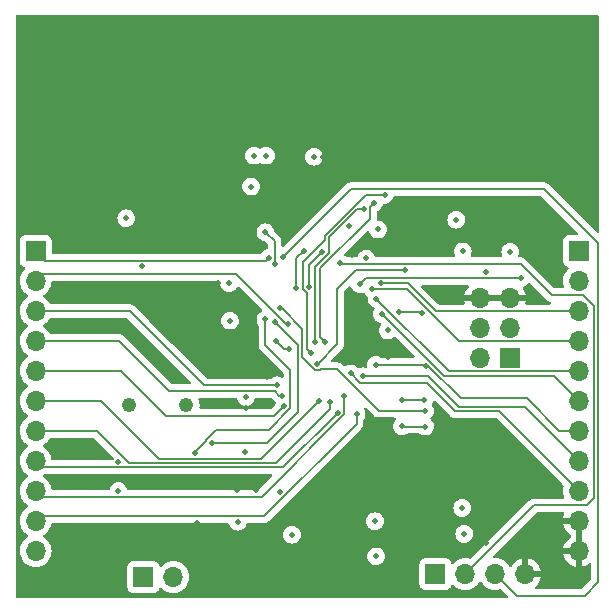
<source format=gbr>
%TF.GenerationSoftware,KiCad,Pcbnew,7.0.6-7.0.6~ubuntu22.04.1*%
%TF.CreationDate,2023-08-04T06:45:17-03:00*%
%TF.ProjectId,RF_Board,52465f42-6f61-4726-942e-6b696361645f,rev?*%
%TF.SameCoordinates,Original*%
%TF.FileFunction,Copper,L4,Bot*%
%TF.FilePolarity,Positive*%
%FSLAX46Y46*%
G04 Gerber Fmt 4.6, Leading zero omitted, Abs format (unit mm)*
G04 Created by KiCad (PCBNEW 7.0.6-7.0.6~ubuntu22.04.1) date 2023-08-04 06:45:17*
%MOMM*%
%LPD*%
G01*
G04 APERTURE LIST*
%TA.AperFunction,ComponentPad*%
%ADD10R,1.700000X1.700000*%
%TD*%
%TA.AperFunction,ComponentPad*%
%ADD11O,1.700000X1.700000*%
%TD*%
%TA.AperFunction,ComponentPad*%
%ADD12C,1.247000*%
%TD*%
%TA.AperFunction,ViaPad*%
%ADD13C,0.500000*%
%TD*%
%TA.AperFunction,Conductor*%
%ADD14C,0.152000*%
%TD*%
%TA.AperFunction,Conductor*%
%ADD15C,0.200000*%
%TD*%
G04 APERTURE END LIST*
D10*
%TO.P,J5,1,Pin_1*%
%TO.N,Net-(J5-Pin_1)*%
X184125000Y-94880000D03*
D11*
%TO.P,J5,2,Pin_2*%
%TO.N,Net-(J5-Pin_2)*%
X186665000Y-94880000D03*
%TD*%
D10*
%TO.P,J7,1,Pin_1*%
%TO.N,+3.3V*%
X221000000Y-67270000D03*
D11*
%TO.P,J7,2,Pin_2*%
%TO.N,/PA8*%
X221000000Y-69810000D03*
%TO.P,J7,3,Pin_3*%
%TO.N,/PB15*%
X221000000Y-72350000D03*
%TO.P,J7,4,Pin_4*%
%TO.N,/PB14*%
X221000000Y-74890000D03*
%TO.P,J7,5,Pin_5*%
%TO.N,/PB13*%
X221000000Y-77430000D03*
%TO.P,J7,6,Pin_6*%
%TO.N,/PB12*%
X221000000Y-79970000D03*
%TO.P,J7,7,Pin_7*%
%TO.N,/PB11*%
X221000000Y-82510000D03*
%TO.P,J7,8,Pin_8*%
%TO.N,/PB1*%
X221000000Y-85050000D03*
%TO.P,J7,9,Pin_9*%
%TO.N,/PB0*%
X221000000Y-87590000D03*
%TO.P,J7,10,Pin_10*%
%TO.N,Earth*%
X221000000Y-90130000D03*
%TO.P,J7,11,Pin_11*%
X221000000Y-92670000D03*
%TD*%
D10*
%TO.P,J4,1,Pin_1*%
%TO.N,+3.3V*%
X215175000Y-76355000D03*
D11*
%TO.P,J4,2,Pin_2*%
X212635000Y-76355000D03*
%TO.P,J4,3,Pin_3*%
%TO.N,/BOOT0*%
X215175000Y-73815000D03*
%TO.P,J4,4,Pin_4*%
%TO.N,/BOOT1*%
X212635000Y-73815000D03*
%TO.P,J4,5,Pin_5*%
%TO.N,Earth*%
X215175000Y-71275000D03*
%TO.P,J4,6,Pin_6*%
X212635000Y-71275000D03*
%TD*%
D10*
%TO.P,J3,1,Pin_1*%
%TO.N,+3.3V*%
X208850000Y-94640000D03*
D11*
%TO.P,J3,2,Pin_2*%
%TO.N,/SWDIO*%
X211390000Y-94640000D03*
%TO.P,J3,3,Pin_3*%
%TO.N,/SWCLK*%
X213930000Y-94640000D03*
%TO.P,J3,4,Pin_4*%
%TO.N,Earth*%
X216470000Y-94640000D03*
%TD*%
D10*
%TO.P,J6,1,Pin_1*%
%TO.N,/PA15*%
X175000000Y-67270000D03*
D11*
%TO.P,J6,2,Pin_2*%
%TO.N,/PB10*%
X175000000Y-69810000D03*
%TO.P,J6,3,Pin_3*%
%TO.N,/PA0*%
X175000000Y-72350000D03*
%TO.P,J6,4,Pin_4*%
%TO.N,/PA1*%
X175000000Y-74890000D03*
%TO.P,J6,5,Pin_5*%
%TO.N,/PA2*%
X175000000Y-77430000D03*
%TO.P,J6,6,Pin_6*%
%TO.N,/PA3*%
X175000000Y-79970000D03*
%TO.P,J6,7,Pin_7*%
%TO.N,/NSS*%
X175000000Y-82510000D03*
%TO.P,J6,8,Pin_8*%
%TO.N,/PA5*%
X175000000Y-85050000D03*
%TO.P,J6,9,Pin_9*%
%TO.N,/MISO*%
X175000000Y-87590000D03*
%TO.P,J6,10,Pin_10*%
%TO.N,/MOSI*%
X175000000Y-90130000D03*
%TO.P,J6,11,Pin_11*%
%TO.N,VBUS*%
X175000000Y-92670000D03*
%TD*%
D12*
%TO.P,Y1,1,1*%
%TO.N,/OSC8_IN*%
X182880000Y-80350000D03*
%TO.P,Y1,2,CRYSTAL__2*%
%TO.N,/OSC8_OUT*%
X187760000Y-80350000D03*
%TD*%
D13*
%TO.N,Earth*%
X217310000Y-71280000D03*
X193680000Y-87490000D03*
X193365500Y-66160000D03*
X190730000Y-61810000D03*
X188900000Y-66960000D03*
X203360000Y-95570000D03*
X194520000Y-56730000D03*
X208690000Y-63870000D03*
X205230000Y-67440000D03*
X197970000Y-63230000D03*
X201790000Y-51680000D03*
X213140000Y-91980000D03*
X193470000Y-56730000D03*
X201630000Y-54710000D03*
X203740000Y-87600000D03*
X205250000Y-66210000D03*
X204340000Y-60850000D03*
X190740000Y-62900000D03*
X192820000Y-80590000D03*
X192090000Y-87490000D03*
X204850000Y-76290000D03*
X202360000Y-87620000D03*
X199320000Y-59300000D03*
X181980000Y-85110000D03*
X208430000Y-86850000D03*
X185060000Y-75610000D03*
X197360000Y-59330000D03*
X192410000Y-71060000D03*
X190730000Y-65290000D03*
X215510000Y-63890000D03*
X192530000Y-95570000D03*
X201550000Y-65130000D03*
X199310000Y-91690000D03*
X194568005Y-77978005D03*
X189770000Y-73920000D03*
X192710000Y-84330000D03*
X203180000Y-48820000D03*
X203550000Y-75870000D03*
X188660000Y-90290000D03*
X213140000Y-69084500D03*
X196500000Y-48760000D03*
X201820000Y-67644500D03*
X177790000Y-83910000D03*
X184600000Y-57310000D03*
X190410000Y-69990000D03*
X195700000Y-87690000D03*
X186140000Y-86950000D03*
X188880000Y-63770000D03*
X196850000Y-56720000D03*
X184050000Y-68570000D03*
X195800000Y-56720000D03*
X190740000Y-60750000D03*
X216110000Y-87700000D03*
%TO.N,+3.3V*%
X193470000Y-59200000D03*
X211130000Y-89030000D03*
X191380000Y-70000000D03*
X191450000Y-73170000D03*
X203990000Y-65460000D03*
X215190000Y-67340000D03*
X210620000Y-64630000D03*
X198584291Y-59300000D03*
X211300000Y-91230000D03*
X192790000Y-79630000D03*
X192100000Y-90200000D03*
X182680000Y-64520000D03*
X204820000Y-74010000D03*
X193250000Y-61820000D03*
X194520000Y-59200000D03*
X203004500Y-67915500D03*
X182010000Y-87610000D03*
X211160000Y-67320000D03*
%TO.N,VBUS*%
X203730000Y-90160000D03*
X203830000Y-93140000D03*
X196700000Y-91300000D03*
%TO.N,/PA0*%
X195440000Y-78660000D03*
%TO.N,/PA1*%
X195830000Y-79520000D03*
%TO.N,/PA2*%
X196040665Y-80376165D03*
%TO.N,/PA3*%
X199000000Y-80010000D03*
%TO.N,/NSS*%
X199900000Y-80070000D03*
X198300000Y-75940000D03*
X204540000Y-62530000D03*
%TO.N,/PA5*%
X200590000Y-80960000D03*
X198849887Y-76810113D03*
X206300000Y-68867000D03*
%TO.N,/MISO*%
X201140000Y-79570000D03*
X198660000Y-75005500D03*
X202790000Y-63710000D03*
%TO.N,/MOSI*%
X202170000Y-81090000D03*
X203680000Y-63180000D03*
X199540000Y-75005500D03*
%TO.N,/PA8*%
X216110000Y-69560000D03*
X202440000Y-70100000D03*
%TO.N,/PA15*%
X194761000Y-67850000D03*
%TO.N,/PB0*%
X201690000Y-77650000D03*
%TO.N,/PB1*%
X202682845Y-77885355D03*
%TO.N,/PB10*%
X205790000Y-72480000D03*
X196378415Y-73431585D03*
X207690000Y-72510000D03*
%TO.N,/DIO3*%
X197080000Y-70400000D03*
X197690000Y-67240000D03*
%TO.N,/DIO5*%
X199250000Y-67340000D03*
X198160000Y-70320000D03*
%TO.N,/NRESET*%
X195275187Y-68390313D03*
X194460000Y-65690000D03*
%TO.N,/PB11*%
X203800000Y-76930000D03*
X208064869Y-77017329D03*
%TO.N,/PB12*%
X204330000Y-72610000D03*
%TO.N,/PB13*%
X203860000Y-71330000D03*
%TO.N,/PB14*%
X203510000Y-70480000D03*
%TO.N,/PB15*%
X204240000Y-70004500D03*
%TO.N,Net-(U1-BOOT0)*%
X195700000Y-72130000D03*
X207960000Y-80800000D03*
%TO.N,Net-(U1-PB2)*%
X207890000Y-79920000D03*
X206010000Y-79910000D03*
%TO.N,Net-(U1-PC13-TAMPER-RTC)*%
X205990000Y-82130000D03*
X196492500Y-75570000D03*
X208000000Y-82140000D03*
X195350000Y-74900000D03*
%TO.N,/SWCLK*%
X195980000Y-67749500D03*
%TO.N,/SWDIO*%
X200770593Y-68310593D03*
%TO.N,/CAN_RX*%
X195240000Y-73260000D03*
X189960000Y-83510000D03*
%TO.N,/CAN_TX*%
X188480000Y-84410000D03*
X194460000Y-73080000D03*
%TD*%
D14*
%TO.N,/PA0*%
X189270000Y-78660000D02*
X182960000Y-72350000D01*
X195440000Y-78660000D02*
X189270000Y-78660000D01*
X182960000Y-72350000D02*
X175000000Y-72350000D01*
%TO.N,/PA1*%
X195250043Y-79154000D02*
X186314000Y-79154000D01*
X182050000Y-74890000D02*
X175000000Y-74890000D01*
X186314000Y-79154000D02*
X182050000Y-74890000D01*
X195616043Y-79520000D02*
X195830000Y-79520000D01*
X195250043Y-79154000D02*
X195616043Y-79520000D01*
%TO.N,/PA2*%
X182240000Y-77430000D02*
X175000000Y-77430000D01*
X196040665Y-80376165D02*
X195167330Y-81249500D01*
X186059500Y-81249500D02*
X182240000Y-77430000D01*
X195167330Y-81249500D02*
X186059500Y-81249500D01*
%TO.N,/PA3*%
X194124000Y-84886000D02*
X185486000Y-84886000D01*
X180570000Y-79970000D02*
X175000000Y-79970000D01*
X199000000Y-80010000D02*
X194124000Y-84886000D01*
X185486000Y-84886000D02*
X180570000Y-79970000D01*
%TO.N,/NSS*%
X202932196Y-62530000D02*
X204540000Y-62530000D01*
X195322000Y-85238000D02*
X182888000Y-85238000D01*
X197634000Y-68212123D02*
X199488000Y-66358123D01*
X197942123Y-75582123D02*
X197942123Y-70846000D01*
X197942123Y-70846000D02*
X197634000Y-70537877D01*
X180160000Y-82510000D02*
X175000000Y-82510000D01*
X198300000Y-75940000D02*
X197942123Y-75582123D01*
X199488000Y-65974196D02*
X202932196Y-62530000D01*
X197634000Y-70537877D02*
X197634000Y-68212123D01*
X199900000Y-80070000D02*
X199900000Y-80660000D01*
X182888000Y-85238000D02*
X180160000Y-82510000D01*
X199900000Y-80660000D02*
X195322000Y-85238000D01*
X199488000Y-66358123D02*
X199488000Y-65974196D01*
%TO.N,/PA5*%
X202123000Y-68867000D02*
X206300000Y-68867000D01*
X198849887Y-76810113D02*
X198906357Y-76810113D01*
X200590000Y-80960000D02*
X195960000Y-85590000D01*
X200530000Y-70460000D02*
X202123000Y-68867000D01*
X198906357Y-76810113D02*
X200530000Y-75186470D01*
X175540000Y-85590000D02*
X175000000Y-85050000D01*
X200530000Y-75186470D02*
X200530000Y-70460000D01*
X195960000Y-85590000D02*
X175540000Y-85590000D01*
%TO.N,/MISO*%
X202250000Y-63710000D02*
X202790000Y-63710000D01*
X198660000Y-68615686D02*
X199840000Y-67435686D01*
X194137166Y-88086000D02*
X175496000Y-88086000D01*
X175496000Y-88086000D02*
X175000000Y-87590000D01*
X199840000Y-67435686D02*
X199840000Y-66120000D01*
X201140000Y-81083166D02*
X194137166Y-88086000D01*
X201140000Y-79570000D02*
X201140000Y-81083166D01*
X199840000Y-66120000D02*
X202250000Y-63710000D01*
X198660000Y-75005500D02*
X198660000Y-68615686D01*
%TO.N,/MOSI*%
X175406000Y-89724000D02*
X175000000Y-90130000D01*
X199090000Y-74555500D02*
X199090000Y-68751372D01*
X199090000Y-68751372D02*
X203290000Y-64551372D01*
X202170000Y-81893166D02*
X194339166Y-89724000D01*
X203290000Y-63570000D02*
X203680000Y-63180000D01*
X203290000Y-64551372D02*
X203290000Y-63570000D01*
X199540000Y-75005500D02*
X199090000Y-74555500D01*
X202170000Y-81090000D02*
X202170000Y-81893166D01*
X194339166Y-89724000D02*
X175406000Y-89724000D01*
%TO.N,/PA8*%
X202440000Y-70100000D02*
X203011500Y-69528500D01*
X203011500Y-69528500D02*
X204437166Y-69528500D01*
X204437166Y-69528500D02*
X204468666Y-69560000D01*
X204468666Y-69560000D02*
X216110000Y-69560000D01*
%TO.N,/PA15*%
X194517000Y-68094000D02*
X175824000Y-68094000D01*
X194761000Y-67850000D02*
X194517000Y-68094000D01*
X175824000Y-68094000D02*
X175000000Y-67270000D01*
%TO.N,/PB0*%
X210482000Y-80822000D02*
X208110000Y-78450000D01*
X213040000Y-80822000D02*
X210482000Y-80822000D01*
X202490000Y-78450000D02*
X201690000Y-77650000D01*
X214232000Y-80822000D02*
X213040000Y-80822000D01*
X208110000Y-78450000D02*
X202490000Y-78450000D01*
X221000000Y-87590000D02*
X214232000Y-80822000D01*
%TO.N,/PB1*%
X202682845Y-77885355D02*
X202718200Y-77850000D01*
X210840000Y-80470000D02*
X216420000Y-80470000D01*
X202718200Y-77850000D02*
X208220000Y-77850000D01*
X216420000Y-80470000D02*
X221000000Y-85050000D01*
X208220000Y-77850000D02*
X210840000Y-80470000D01*
%TO.N,/PB10*%
X207660000Y-72480000D02*
X207690000Y-72510000D01*
X191980000Y-69250000D02*
X175560000Y-69250000D01*
X205790000Y-72480000D02*
X207660000Y-72480000D01*
X196161585Y-73431585D02*
X191980000Y-69250000D01*
X175560000Y-69250000D02*
X175000000Y-69810000D01*
X196378415Y-73431585D02*
X196161585Y-73431585D01*
%TO.N,/DIO3*%
X197690000Y-67240000D02*
X197080000Y-67850000D01*
X197080000Y-67850000D02*
X197080000Y-70400000D01*
%TO.N,/DIO5*%
X198160000Y-70320000D02*
X198160000Y-68430000D01*
X198160000Y-68430000D02*
X199250000Y-67340000D01*
%TO.N,/NRESET*%
X195275187Y-68390313D02*
X195236500Y-68351626D01*
X195236500Y-66466500D02*
X194460000Y-65690000D01*
X195236500Y-68351626D02*
X195236500Y-66466500D01*
%TO.N,/PB11*%
X216600000Y-79760000D02*
X210982197Y-79760000D01*
X221000000Y-82510000D02*
X219350000Y-82510000D01*
X208152197Y-76930001D02*
X208064869Y-77017329D01*
X208152197Y-76930000D02*
X203800000Y-76930000D01*
X208152197Y-76930000D02*
X208152197Y-76930001D01*
X219350000Y-82510000D02*
X216600000Y-79760000D01*
X210982197Y-79760000D02*
X208152197Y-76930000D01*
%TO.N,/PB12*%
X221000000Y-79970000D02*
X218863000Y-77833000D01*
X211550000Y-77833000D02*
X209553000Y-77833000D01*
X218863000Y-77833000D02*
X211550000Y-77833000D01*
X209553000Y-77833000D02*
X204330000Y-72610000D01*
%TO.N,/PB13*%
X203860000Y-71330000D02*
X210011000Y-77481000D01*
X220949000Y-77481000D02*
X221000000Y-77430000D01*
X210011000Y-77481000D02*
X220949000Y-77481000D01*
%TO.N,/PB14*%
X220949000Y-74941000D02*
X221000000Y-74890000D01*
X203510000Y-70480000D02*
X206420000Y-70480000D01*
X210881000Y-74941000D02*
X220949000Y-74941000D01*
X206420000Y-70480000D02*
X210881000Y-74941000D01*
%TO.N,/PB15*%
X206504500Y-70004500D02*
X208901000Y-72401000D01*
X204240000Y-70004500D02*
X206504500Y-70004500D01*
X208901000Y-72401000D02*
X220949000Y-72401000D01*
X220949000Y-72401000D02*
X221000000Y-72350000D01*
%TO.N,Net-(U1-BOOT0)*%
X199067764Y-77336113D02*
X198622236Y-77336113D01*
X207960000Y-80800000D02*
X204060000Y-80800000D01*
X204060000Y-80800000D02*
X200546113Y-77286113D01*
D15*
X195820000Y-72130000D02*
X195700000Y-72130000D01*
D14*
X197570000Y-73880000D02*
X195820000Y-72130000D01*
X198622236Y-77336113D02*
X197570000Y-76283877D01*
X200546113Y-77286113D02*
X199117764Y-77286113D01*
X199117764Y-77286113D02*
X199067764Y-77336113D01*
X197570000Y-76283877D02*
X197570000Y-73880000D01*
D15*
%TO.N,Net-(U1-PB2)*%
X206020000Y-79920000D02*
X206010000Y-79910000D01*
D14*
X207890000Y-79920000D02*
X206020000Y-79920000D01*
%TO.N,Net-(U1-PC13-TAMPER-RTC)*%
X196020000Y-75570000D02*
X195350000Y-74900000D01*
X196492500Y-75570000D02*
X196020000Y-75570000D01*
X206000000Y-82140000D02*
X205990000Y-82130000D01*
X208000000Y-82140000D02*
X206000000Y-82140000D01*
%TO.N,/SWCLK*%
X218036000Y-62054000D02*
X222624000Y-66642000D01*
X201675500Y-62054000D02*
X218036000Y-62054000D01*
X221474000Y-96460000D02*
X215750000Y-96460000D01*
X222624000Y-95310000D02*
X221474000Y-96460000D01*
X215750000Y-96460000D02*
X213930000Y-94640000D01*
X195980000Y-67749500D02*
X201675500Y-62054000D01*
X222624000Y-66642000D02*
X222624000Y-95310000D01*
%TO.N,/SWDIO*%
X222272000Y-88198405D02*
X221650405Y-88820000D01*
X221350000Y-71020000D02*
X222272000Y-71942000D01*
X216061500Y-68391500D02*
X218690000Y-71020000D01*
X200770593Y-68310593D02*
X200851500Y-68391500D01*
X217210000Y-88820000D02*
X211390000Y-94640000D01*
X222272000Y-71942000D02*
X222272000Y-88198405D01*
X221650405Y-88820000D02*
X217210000Y-88820000D01*
X218690000Y-71020000D02*
X221350000Y-71020000D01*
X200851500Y-68391500D02*
X216061500Y-68391500D01*
%TO.N,/CAN_RX*%
X195240000Y-73260000D02*
X197180000Y-75200000D01*
X197180000Y-80890000D02*
X194560000Y-83510000D01*
X197180000Y-75200000D02*
X197180000Y-80890000D01*
X194560000Y-83510000D02*
X189960000Y-83510000D01*
%TO.N,/CAN_TX*%
X194740000Y-82420000D02*
X196580000Y-80580000D01*
X189434000Y-83362834D02*
X189434000Y-83292123D01*
X188480000Y-84410000D02*
X188480000Y-84316834D01*
X189434000Y-83292123D02*
X190306123Y-82420000D01*
X196580000Y-77390000D02*
X194460000Y-75270000D01*
X196580000Y-80580000D02*
X196580000Y-77390000D01*
X190306123Y-82420000D02*
X194740000Y-82420000D01*
X188480000Y-84316834D02*
X189434000Y-83362834D01*
X194460000Y-75270000D02*
X194460000Y-73080000D01*
%TD*%
%TA.AperFunction,Conductor*%
%TO.N,Earth*%
G36*
X222642539Y-47320185D02*
G01*
X222688294Y-47372989D01*
X222699500Y-47424500D01*
X222699500Y-65602843D01*
X222679815Y-65669882D01*
X222627011Y-65715637D01*
X222557853Y-65725581D01*
X222494297Y-65696556D01*
X222487819Y-65690524D01*
X221485351Y-64688056D01*
X218473237Y-61675943D01*
X218467896Y-61669853D01*
X218447165Y-61642835D01*
X218447162Y-61642831D01*
X218412836Y-61616494D01*
X218326738Y-61550428D01*
X218285662Y-61533413D01*
X218186500Y-61492339D01*
X218186495Y-61492337D01*
X218069764Y-61476970D01*
X218069759Y-61476968D01*
X218036004Y-61472525D01*
X218036000Y-61472525D01*
X218002242Y-61476969D01*
X217994144Y-61477500D01*
X201717355Y-61477500D01*
X201709255Y-61476969D01*
X201694808Y-61475067D01*
X201675501Y-61472525D01*
X201675495Y-61472525D01*
X201641762Y-61476965D01*
X201641736Y-61476970D01*
X201524999Y-61492338D01*
X201425837Y-61533412D01*
X201384761Y-61550428D01*
X201298663Y-61616493D01*
X201264337Y-61642832D01*
X201243602Y-61669853D01*
X201238250Y-61675954D01*
X196024681Y-66889524D01*
X195963358Y-66923009D01*
X195893666Y-66918025D01*
X195837733Y-66876153D01*
X195813316Y-66810689D01*
X195813000Y-66801843D01*
X195813000Y-66508354D01*
X195813531Y-66500252D01*
X195817975Y-66466500D01*
X195817975Y-66466498D01*
X195810634Y-66410738D01*
X195805331Y-66370456D01*
X195798162Y-66316003D01*
X195753271Y-66207627D01*
X195740073Y-66175763D01*
X195740071Y-66175761D01*
X195740071Y-66175759D01*
X195699780Y-66123252D01*
X195670868Y-66085574D01*
X195647665Y-66055335D01*
X195647663Y-66055333D01*
X195647662Y-66055332D01*
X195620651Y-66034606D01*
X195614555Y-66029261D01*
X195238305Y-65653010D01*
X195204820Y-65591688D01*
X195202766Y-65579212D01*
X195196314Y-65521946D01*
X195196313Y-65521941D01*
X195159620Y-65417078D01*
X195140456Y-65362310D01*
X195140455Y-65362309D01*
X195140454Y-65362305D01*
X195140452Y-65362302D01*
X195050481Y-65219115D01*
X195050476Y-65219109D01*
X194930890Y-65099523D01*
X194930884Y-65099518D01*
X194787697Y-65009547D01*
X194787694Y-65009545D01*
X194628056Y-64953685D01*
X194460003Y-64934751D01*
X194459997Y-64934751D01*
X194291943Y-64953685D01*
X194132305Y-65009545D01*
X194132302Y-65009547D01*
X193989115Y-65099518D01*
X193989109Y-65099523D01*
X193869523Y-65219109D01*
X193869518Y-65219115D01*
X193779547Y-65362302D01*
X193779545Y-65362305D01*
X193723685Y-65521943D01*
X193704751Y-65689997D01*
X193704751Y-65690002D01*
X193723685Y-65858056D01*
X193779545Y-66017694D01*
X193779547Y-66017697D01*
X193869518Y-66160884D01*
X193869523Y-66160890D01*
X193989109Y-66280476D01*
X193989115Y-66280481D01*
X194132302Y-66370452D01*
X194132305Y-66370454D01*
X194132309Y-66370455D01*
X194132310Y-66370456D01*
X194247430Y-66410738D01*
X194291941Y-66426313D01*
X194291946Y-66426314D01*
X194349212Y-66432766D01*
X194413627Y-66459832D01*
X194423011Y-66468305D01*
X194623681Y-66668974D01*
X194657166Y-66730297D01*
X194660000Y-66756655D01*
X194660000Y-67002239D01*
X194640315Y-67069278D01*
X194587511Y-67115033D01*
X194576954Y-67119281D01*
X194433308Y-67169544D01*
X194433302Y-67169547D01*
X194290115Y-67259518D01*
X194290109Y-67259523D01*
X194170522Y-67379110D01*
X194120028Y-67459472D01*
X194067693Y-67505763D01*
X194015034Y-67517500D01*
X176474500Y-67517500D01*
X176407461Y-67497815D01*
X176361706Y-67445011D01*
X176350500Y-67393500D01*
X176350499Y-66372129D01*
X176350498Y-66372123D01*
X176350497Y-66372116D01*
X176344091Y-66312517D01*
X176332142Y-66280481D01*
X176293797Y-66177671D01*
X176293793Y-66177664D01*
X176207547Y-66062455D01*
X176207544Y-66062452D01*
X176092335Y-65976206D01*
X176092328Y-65976202D01*
X175957482Y-65925908D01*
X175957483Y-65925908D01*
X175897883Y-65919501D01*
X175897881Y-65919500D01*
X175897873Y-65919500D01*
X175897864Y-65919500D01*
X174102129Y-65919500D01*
X174102123Y-65919501D01*
X174042516Y-65925908D01*
X173907671Y-65976202D01*
X173907664Y-65976206D01*
X173792455Y-66062452D01*
X173792452Y-66062455D01*
X173706206Y-66177664D01*
X173706202Y-66177671D01*
X173655908Y-66312517D01*
X173649501Y-66372116D01*
X173649501Y-66372123D01*
X173649500Y-66372135D01*
X173649500Y-68167870D01*
X173649501Y-68167876D01*
X173655908Y-68227483D01*
X173706202Y-68362328D01*
X173706206Y-68362335D01*
X173792452Y-68477544D01*
X173792455Y-68477547D01*
X173907664Y-68563793D01*
X173907671Y-68563797D01*
X174039081Y-68612810D01*
X174095015Y-68654681D01*
X174119432Y-68720145D01*
X174104580Y-68788418D01*
X174083430Y-68816673D01*
X173961503Y-68938600D01*
X173825965Y-69132169D01*
X173825964Y-69132171D01*
X173726098Y-69346335D01*
X173726094Y-69346344D01*
X173664938Y-69574586D01*
X173664936Y-69574596D01*
X173644341Y-69809999D01*
X173644341Y-69810000D01*
X173664936Y-70045403D01*
X173664938Y-70045413D01*
X173726094Y-70273655D01*
X173726096Y-70273659D01*
X173726097Y-70273663D01*
X173804068Y-70440871D01*
X173825965Y-70487830D01*
X173825967Y-70487834D01*
X173961501Y-70681395D01*
X173961506Y-70681402D01*
X174128597Y-70848493D01*
X174128603Y-70848498D01*
X174314158Y-70978425D01*
X174357783Y-71033002D01*
X174364977Y-71102500D01*
X174333454Y-71164855D01*
X174314158Y-71181575D01*
X174128597Y-71311505D01*
X173961505Y-71478597D01*
X173825965Y-71672169D01*
X173825964Y-71672171D01*
X173726098Y-71886335D01*
X173726094Y-71886344D01*
X173664938Y-72114586D01*
X173664936Y-72114596D01*
X173644341Y-72349999D01*
X173644341Y-72350000D01*
X173664936Y-72585403D01*
X173664938Y-72585413D01*
X173726094Y-72813655D01*
X173726096Y-72813659D01*
X173726097Y-72813663D01*
X173771925Y-72911941D01*
X173825965Y-73027830D01*
X173825967Y-73027834D01*
X173961501Y-73221395D01*
X173961506Y-73221402D01*
X174128597Y-73388493D01*
X174128603Y-73388498D01*
X174314158Y-73518425D01*
X174357783Y-73573002D01*
X174364977Y-73642500D01*
X174333454Y-73704855D01*
X174314158Y-73721575D01*
X174128597Y-73851505D01*
X173961505Y-74018597D01*
X173825965Y-74212169D01*
X173825964Y-74212171D01*
X173726098Y-74426335D01*
X173726097Y-74426337D01*
X173664938Y-74654586D01*
X173664936Y-74654596D01*
X173644341Y-74889999D01*
X173644341Y-74890000D01*
X173664936Y-75125403D01*
X173664938Y-75125413D01*
X173726094Y-75353655D01*
X173726096Y-75353659D01*
X173726097Y-75353663D01*
X173768489Y-75444573D01*
X173825965Y-75567830D01*
X173825967Y-75567834D01*
X173961501Y-75761395D01*
X173961506Y-75761402D01*
X174128597Y-75928493D01*
X174128603Y-75928498D01*
X174314158Y-76058425D01*
X174357783Y-76113002D01*
X174364977Y-76182500D01*
X174333454Y-76244855D01*
X174314158Y-76261575D01*
X174128597Y-76391505D01*
X173961505Y-76558597D01*
X173825965Y-76752169D01*
X173825964Y-76752171D01*
X173726098Y-76966335D01*
X173726094Y-76966344D01*
X173664938Y-77194586D01*
X173664936Y-77194596D01*
X173644341Y-77429999D01*
X173644341Y-77430000D01*
X173664936Y-77665403D01*
X173664938Y-77665413D01*
X173726094Y-77893655D01*
X173726096Y-77893659D01*
X173726097Y-77893663D01*
X173805757Y-78064493D01*
X173825965Y-78107830D01*
X173825967Y-78107834D01*
X173961501Y-78301395D01*
X173961506Y-78301402D01*
X174128597Y-78468493D01*
X174128603Y-78468498D01*
X174314158Y-78598425D01*
X174357783Y-78653002D01*
X174364977Y-78722500D01*
X174333454Y-78784855D01*
X174314158Y-78801575D01*
X174128597Y-78931505D01*
X173961505Y-79098597D01*
X173825965Y-79292169D01*
X173825964Y-79292171D01*
X173757443Y-79439115D01*
X173728520Y-79501142D01*
X173726098Y-79506335D01*
X173726094Y-79506344D01*
X173664938Y-79734586D01*
X173664936Y-79734596D01*
X173644341Y-79969999D01*
X173644341Y-79970000D01*
X173664936Y-80205403D01*
X173664938Y-80205413D01*
X173726094Y-80433655D01*
X173726096Y-80433659D01*
X173726097Y-80433663D01*
X173751713Y-80488596D01*
X173825965Y-80647830D01*
X173825967Y-80647834D01*
X173961501Y-80841395D01*
X173961506Y-80841402D01*
X174128597Y-81008493D01*
X174128603Y-81008498D01*
X174314158Y-81138425D01*
X174357783Y-81193002D01*
X174364977Y-81262500D01*
X174333454Y-81324855D01*
X174314158Y-81341575D01*
X174128597Y-81471505D01*
X173961505Y-81638597D01*
X173825965Y-81832169D01*
X173825964Y-81832171D01*
X173726098Y-82046335D01*
X173726094Y-82046344D01*
X173664938Y-82274586D01*
X173664936Y-82274596D01*
X173644341Y-82509999D01*
X173644341Y-82510000D01*
X173664936Y-82745403D01*
X173664938Y-82745413D01*
X173726094Y-82973655D01*
X173726096Y-82973659D01*
X173726097Y-82973663D01*
X173787647Y-83105657D01*
X173825965Y-83187830D01*
X173825967Y-83187834D01*
X173961501Y-83381395D01*
X173961506Y-83381402D01*
X174128597Y-83548493D01*
X174128603Y-83548498D01*
X174314158Y-83678425D01*
X174357783Y-83733002D01*
X174364977Y-83802500D01*
X174333454Y-83864855D01*
X174314158Y-83881575D01*
X174128597Y-84011505D01*
X173961505Y-84178597D01*
X173825965Y-84372169D01*
X173825964Y-84372171D01*
X173726098Y-84586335D01*
X173726094Y-84586344D01*
X173664938Y-84814586D01*
X173664936Y-84814596D01*
X173644341Y-85049999D01*
X173644341Y-85050000D01*
X173664936Y-85285403D01*
X173664938Y-85285413D01*
X173726094Y-85513655D01*
X173726096Y-85513659D01*
X173726097Y-85513663D01*
X173825964Y-85727830D01*
X173825965Y-85727830D01*
X173825967Y-85727834D01*
X173961501Y-85921395D01*
X173961506Y-85921402D01*
X174128597Y-86088493D01*
X174128603Y-86088498D01*
X174314158Y-86218425D01*
X174357783Y-86273002D01*
X174364977Y-86342500D01*
X174333454Y-86404855D01*
X174314158Y-86421575D01*
X174128597Y-86551505D01*
X173961505Y-86718597D01*
X173825965Y-86912169D01*
X173825964Y-86912171D01*
X173726098Y-87126335D01*
X173726094Y-87126344D01*
X173664938Y-87354586D01*
X173664936Y-87354596D01*
X173644341Y-87589999D01*
X173644341Y-87590000D01*
X173664936Y-87825403D01*
X173664938Y-87825413D01*
X173726094Y-88053655D01*
X173726096Y-88053659D01*
X173726097Y-88053663D01*
X173794314Y-88199955D01*
X173825965Y-88267830D01*
X173825967Y-88267834D01*
X173902223Y-88376738D01*
X173945871Y-88439074D01*
X173961501Y-88461395D01*
X173961506Y-88461402D01*
X174128597Y-88628493D01*
X174128603Y-88628498D01*
X174314158Y-88758425D01*
X174357783Y-88813002D01*
X174364977Y-88882500D01*
X174333454Y-88944855D01*
X174314158Y-88961575D01*
X174128597Y-89091505D01*
X173961505Y-89258597D01*
X173825965Y-89452169D01*
X173825964Y-89452171D01*
X173726098Y-89666335D01*
X173726094Y-89666344D01*
X173664938Y-89894586D01*
X173664936Y-89894596D01*
X173644341Y-90129999D01*
X173644341Y-90130000D01*
X173664936Y-90365403D01*
X173664938Y-90365413D01*
X173726094Y-90593655D01*
X173726096Y-90593659D01*
X173726097Y-90593663D01*
X173803249Y-90759115D01*
X173825965Y-90807830D01*
X173825967Y-90807834D01*
X173961501Y-91001395D01*
X173961506Y-91001402D01*
X174128597Y-91168493D01*
X174128603Y-91168498D01*
X174314158Y-91298425D01*
X174357783Y-91353002D01*
X174364977Y-91422500D01*
X174333454Y-91484855D01*
X174314158Y-91501575D01*
X174128597Y-91631505D01*
X173961505Y-91798597D01*
X173825965Y-91992169D01*
X173825964Y-91992171D01*
X173726098Y-92206335D01*
X173726094Y-92206344D01*
X173664938Y-92434586D01*
X173664936Y-92434596D01*
X173644341Y-92669999D01*
X173644341Y-92670000D01*
X173664936Y-92905403D01*
X173664938Y-92905413D01*
X173726094Y-93133655D01*
X173726096Y-93133659D01*
X173726097Y-93133663D01*
X173808028Y-93309364D01*
X173825965Y-93347830D01*
X173825967Y-93347834D01*
X173909892Y-93467690D01*
X173961505Y-93541401D01*
X174128599Y-93708495D01*
X174214436Y-93768599D01*
X174322165Y-93844032D01*
X174322167Y-93844033D01*
X174322170Y-93844035D01*
X174536337Y-93943903D01*
X174536343Y-93943904D01*
X174536344Y-93943905D01*
X174591285Y-93958626D01*
X174764592Y-94005063D01*
X174952918Y-94021539D01*
X174999999Y-94025659D01*
X175000000Y-94025659D01*
X175000001Y-94025659D01*
X175039234Y-94022226D01*
X175235408Y-94005063D01*
X175463663Y-93943903D01*
X175677830Y-93844035D01*
X175871401Y-93708495D01*
X176038495Y-93541401D01*
X176174035Y-93347830D01*
X176270947Y-93140002D01*
X203074751Y-93140002D01*
X203093685Y-93308056D01*
X203149545Y-93467694D01*
X203149547Y-93467697D01*
X203239518Y-93610884D01*
X203239523Y-93610890D01*
X203359109Y-93730476D01*
X203359115Y-93730481D01*
X203502302Y-93820452D01*
X203502305Y-93820454D01*
X203502309Y-93820455D01*
X203502310Y-93820456D01*
X203562459Y-93841503D01*
X203661943Y-93876314D01*
X203829997Y-93895249D01*
X203830000Y-93895249D01*
X203830003Y-93895249D01*
X203998056Y-93876314D01*
X203998059Y-93876313D01*
X204157690Y-93820456D01*
X204157692Y-93820454D01*
X204157694Y-93820454D01*
X204157697Y-93820452D01*
X204300884Y-93730481D01*
X204300885Y-93730480D01*
X204300890Y-93730477D01*
X204420477Y-93610890D01*
X204426130Y-93601894D01*
X204510452Y-93467697D01*
X204510454Y-93467694D01*
X204510454Y-93467692D01*
X204510456Y-93467690D01*
X204566313Y-93308059D01*
X204566313Y-93308058D01*
X204566314Y-93308056D01*
X204585249Y-93140002D01*
X204585249Y-93139997D01*
X204566314Y-92971943D01*
X204510454Y-92812305D01*
X204510452Y-92812302D01*
X204420481Y-92669115D01*
X204420476Y-92669109D01*
X204300890Y-92549523D01*
X204300884Y-92549518D01*
X204157697Y-92459547D01*
X204157694Y-92459545D01*
X203998056Y-92403685D01*
X203830003Y-92384751D01*
X203829997Y-92384751D01*
X203661943Y-92403685D01*
X203502305Y-92459545D01*
X203502302Y-92459547D01*
X203359115Y-92549518D01*
X203359109Y-92549523D01*
X203239523Y-92669109D01*
X203239518Y-92669115D01*
X203149547Y-92812302D01*
X203149545Y-92812305D01*
X203093685Y-92971943D01*
X203074751Y-93139997D01*
X203074751Y-93140002D01*
X176270947Y-93140002D01*
X176273903Y-93133663D01*
X176335063Y-92905408D01*
X176355659Y-92670000D01*
X176335063Y-92434592D01*
X176273903Y-92206337D01*
X176174035Y-91992171D01*
X176169189Y-91985249D01*
X176038494Y-91798597D01*
X175871402Y-91631506D01*
X175871396Y-91631501D01*
X175685842Y-91501575D01*
X175642217Y-91446998D01*
X175635023Y-91377500D01*
X175666546Y-91315145D01*
X175684022Y-91300002D01*
X195944751Y-91300002D01*
X195963685Y-91468056D01*
X196019545Y-91627694D01*
X196019547Y-91627697D01*
X196109518Y-91770884D01*
X196109523Y-91770890D01*
X196229109Y-91890476D01*
X196229115Y-91890481D01*
X196372302Y-91980452D01*
X196372305Y-91980454D01*
X196372309Y-91980455D01*
X196372310Y-91980456D01*
X196406507Y-91992422D01*
X196531943Y-92036314D01*
X196699997Y-92055249D01*
X196700000Y-92055249D01*
X196700003Y-92055249D01*
X196868056Y-92036314D01*
X196868059Y-92036313D01*
X197027690Y-91980456D01*
X197027692Y-91980454D01*
X197027694Y-91980454D01*
X197027697Y-91980452D01*
X197170884Y-91890481D01*
X197170885Y-91890480D01*
X197170890Y-91890477D01*
X197290477Y-91770890D01*
X197334465Y-91700884D01*
X197380452Y-91627697D01*
X197380454Y-91627694D01*
X197380454Y-91627692D01*
X197380456Y-91627690D01*
X197436313Y-91468059D01*
X197436313Y-91468058D01*
X197436314Y-91468056D01*
X197455249Y-91300002D01*
X197455249Y-91299997D01*
X197447363Y-91230002D01*
X210544751Y-91230002D01*
X210563685Y-91398056D01*
X210619545Y-91557694D01*
X210619547Y-91557697D01*
X210709518Y-91700884D01*
X210709523Y-91700890D01*
X210829109Y-91820476D01*
X210829115Y-91820481D01*
X210972302Y-91910452D01*
X210972305Y-91910454D01*
X210972309Y-91910455D01*
X210972310Y-91910456D01*
X211044913Y-91935860D01*
X211131943Y-91966314D01*
X211299997Y-91985249D01*
X211300000Y-91985249D01*
X211300003Y-91985249D01*
X211468056Y-91966314D01*
X211468059Y-91966313D01*
X211627690Y-91910456D01*
X211627692Y-91910454D01*
X211627694Y-91910454D01*
X211627697Y-91910452D01*
X211770884Y-91820481D01*
X211770885Y-91820480D01*
X211770890Y-91820477D01*
X211890477Y-91700890D01*
X211890481Y-91700884D01*
X211980452Y-91557697D01*
X211980454Y-91557694D01*
X211980454Y-91557692D01*
X211980456Y-91557690D01*
X212036313Y-91398059D01*
X212036313Y-91398058D01*
X212036314Y-91398056D01*
X212055249Y-91230002D01*
X212055249Y-91229997D01*
X212036314Y-91061943D01*
X211992354Y-90936313D01*
X211980456Y-90902310D01*
X211980455Y-90902309D01*
X211980454Y-90902305D01*
X211980452Y-90902302D01*
X211890481Y-90759115D01*
X211890476Y-90759109D01*
X211770890Y-90639523D01*
X211770884Y-90639518D01*
X211627697Y-90549547D01*
X211627694Y-90549545D01*
X211468056Y-90493685D01*
X211300003Y-90474751D01*
X211299997Y-90474751D01*
X211131943Y-90493685D01*
X210972305Y-90549545D01*
X210972302Y-90549547D01*
X210829115Y-90639518D01*
X210829109Y-90639523D01*
X210709523Y-90759109D01*
X210709518Y-90759115D01*
X210619547Y-90902302D01*
X210619545Y-90902305D01*
X210563685Y-91061943D01*
X210544751Y-91229997D01*
X210544751Y-91230002D01*
X197447363Y-91230002D01*
X197436314Y-91131943D01*
X197380454Y-90972305D01*
X197380452Y-90972302D01*
X197290481Y-90829115D01*
X197290476Y-90829109D01*
X197170890Y-90709523D01*
X197170884Y-90709518D01*
X197027697Y-90619547D01*
X197027694Y-90619545D01*
X196868056Y-90563685D01*
X196700003Y-90544751D01*
X196699997Y-90544751D01*
X196531943Y-90563685D01*
X196372305Y-90619545D01*
X196372302Y-90619547D01*
X196229115Y-90709518D01*
X196229109Y-90709523D01*
X196109523Y-90829109D01*
X196109518Y-90829115D01*
X196019547Y-90972302D01*
X196019545Y-90972305D01*
X195963685Y-91131943D01*
X195944751Y-91299997D01*
X195944751Y-91300002D01*
X175684022Y-91300002D01*
X175685842Y-91298425D01*
X175853249Y-91181205D01*
X175871401Y-91168495D01*
X176038495Y-91001401D01*
X176174035Y-90807830D01*
X176273903Y-90593663D01*
X176327828Y-90392407D01*
X176364194Y-90332746D01*
X176427041Y-90302217D01*
X176447604Y-90300500D01*
X191252064Y-90300500D01*
X191319103Y-90320185D01*
X191364858Y-90372989D01*
X191369106Y-90383546D01*
X191419544Y-90527691D01*
X191419547Y-90527697D01*
X191509518Y-90670884D01*
X191509523Y-90670890D01*
X191629109Y-90790476D01*
X191629115Y-90790481D01*
X191772302Y-90880452D01*
X191772305Y-90880454D01*
X191772309Y-90880455D01*
X191772310Y-90880456D01*
X191844913Y-90905860D01*
X191931943Y-90936314D01*
X192099997Y-90955249D01*
X192100000Y-90955249D01*
X192100003Y-90955249D01*
X192268056Y-90936314D01*
X192268059Y-90936313D01*
X192427690Y-90880456D01*
X192427692Y-90880454D01*
X192427694Y-90880454D01*
X192427697Y-90880452D01*
X192570884Y-90790481D01*
X192570885Y-90790480D01*
X192570890Y-90790477D01*
X192690477Y-90670890D01*
X192690481Y-90670884D01*
X192780452Y-90527697D01*
X192780455Y-90527691D01*
X192780456Y-90527690D01*
X192830893Y-90383546D01*
X192871616Y-90326769D01*
X192936569Y-90301022D01*
X192947936Y-90300500D01*
X194297311Y-90300500D01*
X194305410Y-90301030D01*
X194314420Y-90302217D01*
X194339165Y-90305475D01*
X194339166Y-90305475D01*
X194376954Y-90300500D01*
X194376955Y-90300500D01*
X194489663Y-90285662D01*
X194588828Y-90244586D01*
X194629904Y-90227572D01*
X194717963Y-90160002D01*
X202974751Y-90160002D01*
X202993685Y-90328056D01*
X203049545Y-90487694D01*
X203049547Y-90487697D01*
X203139518Y-90630884D01*
X203139523Y-90630890D01*
X203259109Y-90750476D01*
X203259115Y-90750481D01*
X203402302Y-90840452D01*
X203402305Y-90840454D01*
X203402309Y-90840455D01*
X203402310Y-90840456D01*
X203474913Y-90865860D01*
X203561943Y-90896314D01*
X203729997Y-90915249D01*
X203730000Y-90915249D01*
X203730003Y-90915249D01*
X203898056Y-90896314D01*
X203898059Y-90896313D01*
X204057690Y-90840456D01*
X204057692Y-90840454D01*
X204057694Y-90840454D01*
X204057697Y-90840452D01*
X204200884Y-90750481D01*
X204200885Y-90750480D01*
X204200890Y-90750477D01*
X204320477Y-90630890D01*
X204321036Y-90630000D01*
X204410452Y-90487697D01*
X204410454Y-90487694D01*
X204410454Y-90487692D01*
X204410456Y-90487690D01*
X204466313Y-90328059D01*
X204466313Y-90328058D01*
X204466314Y-90328056D01*
X204485249Y-90160002D01*
X204485249Y-90159997D01*
X204466314Y-89991943D01*
X204410454Y-89832305D01*
X204410452Y-89832302D01*
X204320481Y-89689115D01*
X204320476Y-89689109D01*
X204200890Y-89569523D01*
X204200884Y-89569518D01*
X204057697Y-89479547D01*
X204057694Y-89479545D01*
X203898056Y-89423685D01*
X203730003Y-89404751D01*
X203729997Y-89404751D01*
X203561943Y-89423685D01*
X203402305Y-89479545D01*
X203402302Y-89479547D01*
X203259115Y-89569518D01*
X203259109Y-89569523D01*
X203139523Y-89689109D01*
X203139518Y-89689115D01*
X203049547Y-89832302D01*
X203049545Y-89832305D01*
X202993685Y-89991943D01*
X202974751Y-90159997D01*
X202974751Y-90160002D01*
X194717963Y-90160002D01*
X194720092Y-90158368D01*
X194758541Y-90128865D01*
X194764246Y-90117029D01*
X194771067Y-90108140D01*
X194776401Y-90102057D01*
X195848456Y-89030002D01*
X210374751Y-89030002D01*
X210393685Y-89198056D01*
X210449545Y-89357694D01*
X210449547Y-89357697D01*
X210539518Y-89500884D01*
X210539523Y-89500890D01*
X210659109Y-89620476D01*
X210659115Y-89620481D01*
X210802302Y-89710452D01*
X210802305Y-89710454D01*
X210802309Y-89710455D01*
X210802310Y-89710456D01*
X210874913Y-89735860D01*
X210961943Y-89766314D01*
X211129997Y-89785249D01*
X211130000Y-89785249D01*
X211130003Y-89785249D01*
X211298056Y-89766314D01*
X211298059Y-89766313D01*
X211457690Y-89710456D01*
X211457692Y-89710454D01*
X211457694Y-89710454D01*
X211457697Y-89710452D01*
X211600884Y-89620481D01*
X211600885Y-89620480D01*
X211600890Y-89620477D01*
X211720477Y-89500890D01*
X211740522Y-89468989D01*
X211810452Y-89357697D01*
X211810454Y-89357694D01*
X211810454Y-89357692D01*
X211810456Y-89357690D01*
X211866313Y-89198059D01*
X211866313Y-89198058D01*
X211866314Y-89198056D01*
X211885249Y-89030002D01*
X211885249Y-89029997D01*
X211866314Y-88861943D01*
X211810454Y-88702305D01*
X211810452Y-88702302D01*
X211720481Y-88559115D01*
X211720476Y-88559109D01*
X211600890Y-88439523D01*
X211600884Y-88439518D01*
X211457697Y-88349547D01*
X211457694Y-88349545D01*
X211298056Y-88293685D01*
X211130003Y-88274751D01*
X211129997Y-88274751D01*
X210961943Y-88293685D01*
X210802305Y-88349545D01*
X210802302Y-88349547D01*
X210659115Y-88439518D01*
X210659109Y-88439523D01*
X210539523Y-88559109D01*
X210539518Y-88559115D01*
X210449547Y-88702302D01*
X210449545Y-88702305D01*
X210393685Y-88861943D01*
X210374751Y-89029997D01*
X210374751Y-89030002D01*
X195848456Y-89030002D01*
X202548065Y-82330393D01*
X202554140Y-82325067D01*
X202581165Y-82304331D01*
X202613802Y-82261797D01*
X202646440Y-82219264D01*
X202658220Y-82203911D01*
X202673573Y-82183903D01*
X202695900Y-82130002D01*
X202731662Y-82043663D01*
X202731662Y-82043661D01*
X202751475Y-81893166D01*
X202747028Y-81859391D01*
X202746499Y-81851324D01*
X202746499Y-81618857D01*
X202765505Y-81552887D01*
X202850456Y-81417690D01*
X202906313Y-81258059D01*
X202906313Y-81258058D01*
X202906314Y-81258056D01*
X202925249Y-81090002D01*
X202925249Y-81089997D01*
X202906314Y-80921943D01*
X202863643Y-80799997D01*
X202850456Y-80762310D01*
X202850454Y-80762307D01*
X202850454Y-80762306D01*
X202833158Y-80734780D01*
X202814157Y-80667543D01*
X202834524Y-80600708D01*
X202887792Y-80555494D01*
X202957048Y-80546255D01*
X203020305Y-80575926D01*
X203025831Y-80581126D01*
X203622761Y-81178055D01*
X203628106Y-81184151D01*
X203648832Y-81211162D01*
X203648833Y-81211163D01*
X203648835Y-81211165D01*
X203679074Y-81234368D01*
X203769263Y-81303573D01*
X203909503Y-81361662D01*
X203984751Y-81371568D01*
X204059999Y-81381475D01*
X204060000Y-81381475D01*
X204093757Y-81377030D01*
X204101856Y-81376500D01*
X205382771Y-81376500D01*
X205449810Y-81396185D01*
X205495565Y-81448989D01*
X205505509Y-81518147D01*
X205476484Y-81581703D01*
X205470452Y-81588181D01*
X205399523Y-81659109D01*
X205399518Y-81659115D01*
X205309547Y-81802302D01*
X205309545Y-81802305D01*
X205253685Y-81961943D01*
X205234751Y-82129997D01*
X205234751Y-82130002D01*
X205253685Y-82298056D01*
X205309545Y-82457694D01*
X205309547Y-82457697D01*
X205399518Y-82600884D01*
X205399523Y-82600890D01*
X205519109Y-82720476D01*
X205519115Y-82720481D01*
X205662302Y-82810452D01*
X205662305Y-82810454D01*
X205662309Y-82810455D01*
X205662310Y-82810456D01*
X205690883Y-82820454D01*
X205821943Y-82866314D01*
X205989997Y-82885249D01*
X205990000Y-82885249D01*
X205990003Y-82885249D01*
X206158056Y-82866314D01*
X206158059Y-82866313D01*
X206317690Y-82810456D01*
X206436970Y-82735506D01*
X206502943Y-82716500D01*
X207471142Y-82716500D01*
X207537115Y-82735507D01*
X207672307Y-82820454D01*
X207672305Y-82820454D01*
X207672309Y-82820455D01*
X207672310Y-82820456D01*
X207744913Y-82845860D01*
X207831943Y-82876314D01*
X207999997Y-82895249D01*
X208000000Y-82895249D01*
X208000003Y-82895249D01*
X208168056Y-82876314D01*
X208168059Y-82876313D01*
X208327690Y-82820456D01*
X208327692Y-82820454D01*
X208327694Y-82820454D01*
X208327697Y-82820452D01*
X208470884Y-82730481D01*
X208470885Y-82730480D01*
X208470890Y-82730477D01*
X208590477Y-82610890D01*
X208590481Y-82610884D01*
X208680452Y-82467697D01*
X208680454Y-82467694D01*
X208680454Y-82467692D01*
X208680456Y-82467690D01*
X208736313Y-82308059D01*
X208736313Y-82308058D01*
X208736314Y-82308056D01*
X208755249Y-82140002D01*
X208755249Y-82139997D01*
X208736314Y-81971943D01*
X208689629Y-81838525D01*
X208680456Y-81812310D01*
X208680455Y-81812309D01*
X208680454Y-81812305D01*
X208680452Y-81812302D01*
X208590481Y-81669115D01*
X208590476Y-81669109D01*
X208470892Y-81549525D01*
X208470890Y-81549523D01*
X208470887Y-81549521D01*
X208468636Y-81547726D01*
X208467560Y-81546193D01*
X208465966Y-81544599D01*
X208466245Y-81544319D01*
X208428496Y-81490537D01*
X208425646Y-81420726D01*
X208458265Y-81363101D01*
X208550477Y-81270890D01*
X208558463Y-81258181D01*
X208640452Y-81127697D01*
X208640454Y-81127694D01*
X208640454Y-81127692D01*
X208640456Y-81127690D01*
X208696313Y-80968059D01*
X208696313Y-80968058D01*
X208696314Y-80968056D01*
X208715249Y-80800002D01*
X208715249Y-80799997D01*
X208696314Y-80631943D01*
X208649978Y-80499523D01*
X208640456Y-80472310D01*
X208640454Y-80472307D01*
X208640454Y-80472306D01*
X208576052Y-80369812D01*
X208557051Y-80302575D01*
X208568326Y-80254323D01*
X208568156Y-80254264D01*
X208568712Y-80252672D01*
X208569332Y-80250023D01*
X208570452Y-80247696D01*
X208570456Y-80247690D01*
X208626313Y-80088059D01*
X208628515Y-80068509D01*
X208655581Y-80004096D01*
X208713175Y-79964540D01*
X208783012Y-79962401D01*
X208839417Y-79994710D01*
X210044761Y-81200055D01*
X210050106Y-81206151D01*
X210070832Y-81233162D01*
X210070833Y-81233163D01*
X210070835Y-81233165D01*
X210101074Y-81256368D01*
X210191263Y-81325573D01*
X210331503Y-81383662D01*
X210383269Y-81390477D01*
X210481999Y-81403475D01*
X210482000Y-81403475D01*
X210515757Y-81399030D01*
X210523856Y-81398500D01*
X213002211Y-81398500D01*
X213941844Y-81398500D01*
X214008883Y-81418185D01*
X214029525Y-81434819D01*
X219674405Y-87079699D01*
X219707890Y-87141022D01*
X219706499Y-87199472D01*
X219664937Y-87354591D01*
X219644341Y-87589999D01*
X219644341Y-87590000D01*
X219664936Y-87825403D01*
X219664938Y-87825413D01*
X219726094Y-88053655D01*
X219726097Y-88053664D01*
X219732360Y-88067093D01*
X219742853Y-88136171D01*
X219714335Y-88199955D01*
X219655859Y-88238196D01*
X219619979Y-88243500D01*
X217251855Y-88243500D01*
X217243755Y-88242969D01*
X217229308Y-88241067D01*
X217210001Y-88238525D01*
X217209995Y-88238525D01*
X217176262Y-88242965D01*
X217176236Y-88242970D01*
X217059501Y-88258338D01*
X217001413Y-88282399D01*
X216919266Y-88316424D01*
X216919261Y-88316427D01*
X216840665Y-88376738D01*
X216798837Y-88408832D01*
X216778102Y-88435853D01*
X216772750Y-88441954D01*
X211900299Y-93314405D01*
X211838976Y-93347890D01*
X211780526Y-93346499D01*
X211625408Y-93304937D01*
X211390001Y-93284341D01*
X211389999Y-93284341D01*
X211154596Y-93304936D01*
X211154586Y-93304938D01*
X210926344Y-93366094D01*
X210926335Y-93366098D01*
X210712171Y-93465964D01*
X210712169Y-93465965D01*
X210518600Y-93601503D01*
X210396673Y-93723430D01*
X210335350Y-93756914D01*
X210265658Y-93751930D01*
X210209725Y-93710058D01*
X210192810Y-93679081D01*
X210143797Y-93547671D01*
X210143793Y-93547664D01*
X210057547Y-93432455D01*
X210057544Y-93432452D01*
X209942335Y-93346206D01*
X209942328Y-93346202D01*
X209807482Y-93295908D01*
X209807483Y-93295908D01*
X209747883Y-93289501D01*
X209747881Y-93289500D01*
X209747873Y-93289500D01*
X209747864Y-93289500D01*
X207952129Y-93289500D01*
X207952123Y-93289501D01*
X207892516Y-93295908D01*
X207757671Y-93346202D01*
X207757664Y-93346206D01*
X207642455Y-93432452D01*
X207642452Y-93432455D01*
X207556206Y-93547664D01*
X207556202Y-93547671D01*
X207505908Y-93682517D01*
X207499501Y-93742116D01*
X207499500Y-93742135D01*
X207499500Y-95537870D01*
X207499501Y-95537876D01*
X207505908Y-95597483D01*
X207556202Y-95732328D01*
X207556206Y-95732335D01*
X207642452Y-95847544D01*
X207642455Y-95847547D01*
X207757664Y-95933793D01*
X207757671Y-95933797D01*
X207892517Y-95984091D01*
X207892516Y-95984091D01*
X207899444Y-95984835D01*
X207952127Y-95990500D01*
X209747872Y-95990499D01*
X209807483Y-95984091D01*
X209942331Y-95933796D01*
X210057546Y-95847546D01*
X210143796Y-95732331D01*
X210192810Y-95600916D01*
X210234681Y-95544984D01*
X210300145Y-95520566D01*
X210368418Y-95535417D01*
X210396673Y-95556569D01*
X210518599Y-95678495D01*
X210609084Y-95741853D01*
X210712165Y-95814032D01*
X210712167Y-95814033D01*
X210712170Y-95814035D01*
X210926337Y-95913903D01*
X210926343Y-95913904D01*
X210926344Y-95913905D01*
X210943486Y-95918498D01*
X211154592Y-95975063D01*
X211331034Y-95990500D01*
X211389999Y-95995659D01*
X211390000Y-95995659D01*
X211390001Y-95995659D01*
X211448966Y-95990500D01*
X211625408Y-95975063D01*
X211853663Y-95913903D01*
X212067830Y-95814035D01*
X212261401Y-95678495D01*
X212428495Y-95511401D01*
X212558424Y-95325842D01*
X212613002Y-95282217D01*
X212682500Y-95275023D01*
X212744855Y-95306546D01*
X212761575Y-95325842D01*
X212891281Y-95511082D01*
X212891505Y-95511401D01*
X213058599Y-95678495D01*
X213149084Y-95741853D01*
X213252165Y-95814032D01*
X213252167Y-95814033D01*
X213252170Y-95814035D01*
X213466337Y-95913903D01*
X213466343Y-95913904D01*
X213466344Y-95913905D01*
X213483486Y-95918498D01*
X213694592Y-95975063D01*
X213871034Y-95990500D01*
X213929999Y-95995659D01*
X213930000Y-95995659D01*
X213930001Y-95995659D01*
X213988966Y-95990500D01*
X214165408Y-95975063D01*
X214320528Y-95933499D01*
X214390374Y-95935162D01*
X214440299Y-95965593D01*
X214962525Y-96487819D01*
X214996010Y-96549142D01*
X214991026Y-96618834D01*
X214949154Y-96674767D01*
X214883690Y-96699184D01*
X214874844Y-96699500D01*
X173424500Y-96699500D01*
X173357461Y-96679815D01*
X173311706Y-96627011D01*
X173300500Y-96575500D01*
X173300500Y-95777870D01*
X182774500Y-95777870D01*
X182774501Y-95777876D01*
X182780908Y-95837483D01*
X182831202Y-95972328D01*
X182831206Y-95972335D01*
X182917452Y-96087544D01*
X182917455Y-96087547D01*
X183032664Y-96173793D01*
X183032671Y-96173797D01*
X183167517Y-96224091D01*
X183167516Y-96224091D01*
X183174444Y-96224835D01*
X183227127Y-96230500D01*
X185022872Y-96230499D01*
X185082483Y-96224091D01*
X185217331Y-96173796D01*
X185332546Y-96087546D01*
X185418796Y-95972331D01*
X185467810Y-95840916D01*
X185509681Y-95784984D01*
X185575145Y-95760566D01*
X185643418Y-95775417D01*
X185671673Y-95796569D01*
X185793599Y-95918495D01*
X185887280Y-95984091D01*
X185987165Y-96054032D01*
X185987167Y-96054033D01*
X185987170Y-96054035D01*
X186201337Y-96153903D01*
X186429592Y-96215063D01*
X186606034Y-96230500D01*
X186664999Y-96235659D01*
X186665000Y-96235659D01*
X186665001Y-96235659D01*
X186723966Y-96230500D01*
X186900408Y-96215063D01*
X187128663Y-96153903D01*
X187342830Y-96054035D01*
X187536401Y-95918495D01*
X187703495Y-95751401D01*
X187839035Y-95557830D01*
X187938903Y-95343663D01*
X188000063Y-95115408D01*
X188020659Y-94880000D01*
X188000063Y-94644592D01*
X187938903Y-94416337D01*
X187839035Y-94202171D01*
X187821070Y-94176513D01*
X187703494Y-94008597D01*
X187536402Y-93841506D01*
X187536395Y-93841501D01*
X187509657Y-93822779D01*
X187459518Y-93787671D01*
X187342834Y-93705967D01*
X187342830Y-93705965D01*
X187327630Y-93698877D01*
X187128663Y-93606097D01*
X187128659Y-93606096D01*
X187128655Y-93606094D01*
X186900413Y-93544938D01*
X186900403Y-93544936D01*
X186665001Y-93524341D01*
X186664999Y-93524341D01*
X186429596Y-93544936D01*
X186429586Y-93544938D01*
X186201344Y-93606094D01*
X186201335Y-93606098D01*
X185987171Y-93705964D01*
X185987169Y-93705965D01*
X185793600Y-93841503D01*
X185671673Y-93963430D01*
X185610350Y-93996914D01*
X185540658Y-93991930D01*
X185484725Y-93950058D01*
X185467810Y-93919081D01*
X185418797Y-93787671D01*
X185418793Y-93787664D01*
X185332547Y-93672455D01*
X185332544Y-93672452D01*
X185217335Y-93586206D01*
X185217328Y-93586202D01*
X185082482Y-93535908D01*
X185082483Y-93535908D01*
X185022883Y-93529501D01*
X185022881Y-93529500D01*
X185022873Y-93529500D01*
X185022864Y-93529500D01*
X183227129Y-93529500D01*
X183227123Y-93529501D01*
X183167516Y-93535908D01*
X183032671Y-93586202D01*
X183032664Y-93586206D01*
X182917455Y-93672452D01*
X182917452Y-93672455D01*
X182831206Y-93787664D01*
X182831202Y-93787671D01*
X182780908Y-93922517D01*
X182774501Y-93982116D01*
X182774500Y-93982135D01*
X182774500Y-95777870D01*
X173300500Y-95777870D01*
X173300500Y-64520002D01*
X181924751Y-64520002D01*
X181943685Y-64688056D01*
X181999545Y-64847694D01*
X181999547Y-64847697D01*
X182089518Y-64990884D01*
X182089523Y-64990890D01*
X182209109Y-65110476D01*
X182209115Y-65110481D01*
X182352302Y-65200452D01*
X182352305Y-65200454D01*
X182352309Y-65200455D01*
X182352310Y-65200456D01*
X182424913Y-65225860D01*
X182511943Y-65256314D01*
X182679997Y-65275249D01*
X182680000Y-65275249D01*
X182680003Y-65275249D01*
X182848056Y-65256314D01*
X182848059Y-65256313D01*
X183007690Y-65200456D01*
X183007692Y-65200454D01*
X183007694Y-65200454D01*
X183007697Y-65200452D01*
X183150884Y-65110481D01*
X183150885Y-65110480D01*
X183150890Y-65110477D01*
X183270477Y-64990890D01*
X183270481Y-64990884D01*
X183360452Y-64847697D01*
X183360454Y-64847694D01*
X183360454Y-64847692D01*
X183360456Y-64847690D01*
X183416313Y-64688059D01*
X183416313Y-64688058D01*
X183416314Y-64688056D01*
X183435249Y-64520002D01*
X183435249Y-64519997D01*
X183416314Y-64351943D01*
X183360454Y-64192305D01*
X183360452Y-64192302D01*
X183270481Y-64049115D01*
X183270476Y-64049109D01*
X183150890Y-63929523D01*
X183150884Y-63929518D01*
X183007697Y-63839547D01*
X183007694Y-63839545D01*
X182848056Y-63783685D01*
X182680003Y-63764751D01*
X182679997Y-63764751D01*
X182511943Y-63783685D01*
X182352305Y-63839545D01*
X182352302Y-63839547D01*
X182209115Y-63929518D01*
X182209109Y-63929523D01*
X182089523Y-64049109D01*
X182089518Y-64049115D01*
X181999547Y-64192302D01*
X181999545Y-64192305D01*
X181943685Y-64351943D01*
X181924751Y-64519997D01*
X181924751Y-64520002D01*
X173300500Y-64520002D01*
X173300500Y-61820002D01*
X192494751Y-61820002D01*
X192513685Y-61988056D01*
X192569545Y-62147694D01*
X192569547Y-62147697D01*
X192659518Y-62290884D01*
X192659523Y-62290890D01*
X192779109Y-62410476D01*
X192779115Y-62410481D01*
X192922302Y-62500452D01*
X192922305Y-62500454D01*
X192922309Y-62500455D01*
X192922310Y-62500456D01*
X192994913Y-62525860D01*
X193081943Y-62556314D01*
X193249997Y-62575249D01*
X193250000Y-62575249D01*
X193250003Y-62575249D01*
X193418056Y-62556314D01*
X193418059Y-62556313D01*
X193577690Y-62500456D01*
X193577692Y-62500454D01*
X193577694Y-62500454D01*
X193577697Y-62500452D01*
X193720884Y-62410481D01*
X193720885Y-62410480D01*
X193720890Y-62410477D01*
X193840477Y-62290890D01*
X193930452Y-62147697D01*
X193930454Y-62147694D01*
X193930454Y-62147692D01*
X193930456Y-62147690D01*
X193986313Y-61988059D01*
X193986313Y-61988058D01*
X193986314Y-61988056D01*
X194005249Y-61820002D01*
X194005249Y-61819997D01*
X193986314Y-61651943D01*
X193930454Y-61492305D01*
X193930452Y-61492302D01*
X193840481Y-61349115D01*
X193840476Y-61349109D01*
X193720890Y-61229523D01*
X193720884Y-61229518D01*
X193577697Y-61139547D01*
X193577694Y-61139545D01*
X193418056Y-61083685D01*
X193250003Y-61064751D01*
X193249997Y-61064751D01*
X193081943Y-61083685D01*
X192922305Y-61139545D01*
X192922302Y-61139547D01*
X192779115Y-61229518D01*
X192779109Y-61229523D01*
X192659523Y-61349109D01*
X192659518Y-61349115D01*
X192569547Y-61492302D01*
X192569545Y-61492305D01*
X192513685Y-61651943D01*
X192494751Y-61819997D01*
X192494751Y-61820002D01*
X173300500Y-61820002D01*
X173300500Y-59200002D01*
X192714751Y-59200002D01*
X192733685Y-59368056D01*
X192789545Y-59527694D01*
X192789547Y-59527697D01*
X192879518Y-59670884D01*
X192879523Y-59670890D01*
X192999109Y-59790476D01*
X192999115Y-59790481D01*
X193142302Y-59880452D01*
X193142305Y-59880454D01*
X193142309Y-59880455D01*
X193142310Y-59880456D01*
X193170946Y-59890476D01*
X193301943Y-59936314D01*
X193469997Y-59955249D01*
X193470000Y-59955249D01*
X193470003Y-59955249D01*
X193638056Y-59936314D01*
X193638059Y-59936313D01*
X193797690Y-59880456D01*
X193929027Y-59797930D01*
X193996264Y-59778930D01*
X194060973Y-59797931D01*
X194192307Y-59880454D01*
X194192305Y-59880454D01*
X194192309Y-59880455D01*
X194192310Y-59880456D01*
X194220946Y-59890476D01*
X194351943Y-59936314D01*
X194519997Y-59955249D01*
X194520000Y-59955249D01*
X194520003Y-59955249D01*
X194688056Y-59936314D01*
X194688059Y-59936313D01*
X194847690Y-59880456D01*
X194847692Y-59880454D01*
X194847694Y-59880454D01*
X194847697Y-59880452D01*
X194990884Y-59790481D01*
X194990885Y-59790480D01*
X194990890Y-59790477D01*
X195110477Y-59670890D01*
X195200452Y-59527697D01*
X195200454Y-59527694D01*
X195200454Y-59527692D01*
X195200456Y-59527690D01*
X195256313Y-59368059D01*
X195256313Y-59368058D01*
X195256314Y-59368056D01*
X195263982Y-59300002D01*
X197829042Y-59300002D01*
X197847976Y-59468056D01*
X197903836Y-59627694D01*
X197903838Y-59627697D01*
X197993809Y-59770884D01*
X197993814Y-59770890D01*
X198113400Y-59890476D01*
X198113406Y-59890481D01*
X198256593Y-59980452D01*
X198256596Y-59980454D01*
X198256600Y-59980455D01*
X198256601Y-59980456D01*
X198329204Y-60005860D01*
X198416234Y-60036314D01*
X198584288Y-60055249D01*
X198584291Y-60055249D01*
X198584294Y-60055249D01*
X198752347Y-60036314D01*
X198752350Y-60036313D01*
X198911981Y-59980456D01*
X198911983Y-59980454D01*
X198911985Y-59980454D01*
X198911988Y-59980452D01*
X199055175Y-59890481D01*
X199055176Y-59890480D01*
X199055181Y-59890477D01*
X199174768Y-59770890D01*
X199196461Y-59736366D01*
X199264743Y-59627697D01*
X199264745Y-59627694D01*
X199264745Y-59627692D01*
X199264747Y-59627690D01*
X199320604Y-59468059D01*
X199320604Y-59468058D01*
X199320605Y-59468056D01*
X199339540Y-59300002D01*
X199339540Y-59299997D01*
X199320605Y-59131943D01*
X199264745Y-58972305D01*
X199264743Y-58972302D01*
X199174772Y-58829115D01*
X199174767Y-58829109D01*
X199055181Y-58709523D01*
X199055175Y-58709518D01*
X198911988Y-58619547D01*
X198911985Y-58619545D01*
X198752347Y-58563685D01*
X198584294Y-58544751D01*
X198584288Y-58544751D01*
X198416234Y-58563685D01*
X198256596Y-58619545D01*
X198256593Y-58619547D01*
X198113406Y-58709518D01*
X198113400Y-58709523D01*
X197993814Y-58829109D01*
X197993809Y-58829115D01*
X197903838Y-58972302D01*
X197903836Y-58972305D01*
X197847976Y-59131943D01*
X197829042Y-59299997D01*
X197829042Y-59300002D01*
X195263982Y-59300002D01*
X195275249Y-59200002D01*
X195275249Y-59199997D01*
X195256314Y-59031943D01*
X195200454Y-58872305D01*
X195200452Y-58872302D01*
X195110481Y-58729115D01*
X195110476Y-58729109D01*
X194990890Y-58609523D01*
X194990884Y-58609518D01*
X194847697Y-58519547D01*
X194847694Y-58519545D01*
X194688056Y-58463685D01*
X194520003Y-58444751D01*
X194519997Y-58444751D01*
X194351943Y-58463685D01*
X194192307Y-58519545D01*
X194060972Y-58602069D01*
X193993735Y-58621069D01*
X193929028Y-58602069D01*
X193797692Y-58519545D01*
X193797691Y-58519544D01*
X193797690Y-58519544D01*
X193759370Y-58506135D01*
X193638056Y-58463685D01*
X193470003Y-58444751D01*
X193469997Y-58444751D01*
X193301943Y-58463685D01*
X193142305Y-58519545D01*
X193142302Y-58519547D01*
X192999115Y-58609518D01*
X192999109Y-58609523D01*
X192879523Y-58729109D01*
X192879518Y-58729115D01*
X192789547Y-58872302D01*
X192789545Y-58872305D01*
X192733685Y-59031943D01*
X192714751Y-59199997D01*
X192714751Y-59200002D01*
X173300500Y-59200002D01*
X173300500Y-47424500D01*
X173320185Y-47357461D01*
X173372989Y-47311706D01*
X173424500Y-47300500D01*
X222575500Y-47300500D01*
X222642539Y-47320185D01*
G37*
%TD.AperFunction*%
%TA.AperFunction,Conductor*%
G36*
X219724875Y-89416185D02*
G01*
X219770630Y-89468989D01*
X219780574Y-89538147D01*
X219770218Y-89572905D01*
X219726569Y-89666507D01*
X219726567Y-89666513D01*
X219669364Y-89879999D01*
X219669364Y-89880000D01*
X220566314Y-89880000D01*
X220540507Y-89920156D01*
X220500000Y-90058111D01*
X220500000Y-90201889D01*
X220540507Y-90339844D01*
X220566314Y-90380000D01*
X219669364Y-90380000D01*
X219726567Y-90593486D01*
X219726570Y-90593492D01*
X219826399Y-90807578D01*
X219961894Y-91001082D01*
X220128917Y-91168105D01*
X220315031Y-91298425D01*
X220358656Y-91353003D01*
X220365848Y-91422501D01*
X220334326Y-91484856D01*
X220315031Y-91501575D01*
X220128922Y-91631890D01*
X220128920Y-91631891D01*
X219961891Y-91798920D01*
X219961886Y-91798926D01*
X219826400Y-91992420D01*
X219826399Y-91992422D01*
X219726570Y-92206507D01*
X219726567Y-92206513D01*
X219669364Y-92419999D01*
X219669364Y-92420000D01*
X220566314Y-92420000D01*
X220540507Y-92460156D01*
X220500000Y-92598111D01*
X220500000Y-92741889D01*
X220540507Y-92879844D01*
X220566314Y-92920000D01*
X219669364Y-92920000D01*
X219726567Y-93133486D01*
X219726570Y-93133492D01*
X219826399Y-93347578D01*
X219961894Y-93541082D01*
X220128917Y-93708105D01*
X220322421Y-93843600D01*
X220536507Y-93943429D01*
X220536516Y-93943433D01*
X220750000Y-94000634D01*
X220750000Y-93105501D01*
X220857685Y-93154680D01*
X220964237Y-93170000D01*
X221035763Y-93170000D01*
X221142315Y-93154680D01*
X221250000Y-93105501D01*
X221250000Y-94000633D01*
X221463483Y-93943433D01*
X221463492Y-93943429D01*
X221677579Y-93843599D01*
X221677585Y-93843595D01*
X221852376Y-93721205D01*
X221918582Y-93698877D01*
X221986349Y-93715887D01*
X222034163Y-93766834D01*
X222047500Y-93822779D01*
X222047500Y-95019843D01*
X222027815Y-95086882D01*
X222011181Y-95107524D01*
X221271525Y-95847181D01*
X221210202Y-95880666D01*
X221183844Y-95883500D01*
X217435050Y-95883500D01*
X217368011Y-95863815D01*
X217322256Y-95811011D01*
X217312312Y-95741853D01*
X217341337Y-95678297D01*
X217347369Y-95671819D01*
X217508105Y-95511082D01*
X217643600Y-95317578D01*
X217743429Y-95103492D01*
X217743432Y-95103486D01*
X217800636Y-94890000D01*
X216903686Y-94890000D01*
X216929493Y-94849844D01*
X216970000Y-94711889D01*
X216970000Y-94568111D01*
X216929493Y-94430156D01*
X216903686Y-94390000D01*
X217800636Y-94390000D01*
X217800635Y-94389999D01*
X217743432Y-94176513D01*
X217743429Y-94176507D01*
X217643600Y-93962422D01*
X217643599Y-93962420D01*
X217508113Y-93768926D01*
X217508108Y-93768920D01*
X217341082Y-93601894D01*
X217147578Y-93466399D01*
X216933492Y-93366570D01*
X216933486Y-93366567D01*
X216720000Y-93309364D01*
X216720000Y-94204498D01*
X216612315Y-94155320D01*
X216505763Y-94140000D01*
X216434237Y-94140000D01*
X216327685Y-94155320D01*
X216220000Y-94204498D01*
X216220000Y-93309364D01*
X216219999Y-93309364D01*
X216006513Y-93366567D01*
X216006507Y-93366570D01*
X215792422Y-93466399D01*
X215792420Y-93466400D01*
X215598926Y-93601886D01*
X215598920Y-93601891D01*
X215431891Y-93768920D01*
X215431890Y-93768922D01*
X215301880Y-93954595D01*
X215247303Y-93998219D01*
X215177804Y-94005412D01*
X215115450Y-93973890D01*
X215098730Y-93954594D01*
X214968494Y-93768597D01*
X214801402Y-93601506D01*
X214801395Y-93601501D01*
X214607834Y-93465967D01*
X214607830Y-93465965D01*
X214607828Y-93465964D01*
X214393663Y-93366097D01*
X214393659Y-93366096D01*
X214393655Y-93366094D01*
X214165413Y-93304938D01*
X214165403Y-93304936D01*
X213930001Y-93284341D01*
X213929998Y-93284341D01*
X213864958Y-93290031D01*
X213796458Y-93276264D01*
X213746275Y-93227649D01*
X213730342Y-93159620D01*
X213753718Y-93093777D01*
X213766463Y-93078829D01*
X217412474Y-89432819D01*
X217473798Y-89399334D01*
X217500156Y-89396500D01*
X219657836Y-89396500D01*
X219724875Y-89416185D01*
G37*
%TD.AperFunction*%
%TA.AperFunction,Conductor*%
G36*
X221250000Y-92234498D02*
G01*
X221142315Y-92185320D01*
X221035763Y-92170000D01*
X220964237Y-92170000D01*
X220857685Y-92185320D01*
X220750000Y-92234498D01*
X220750000Y-90565501D01*
X220857685Y-90614680D01*
X220964237Y-90630000D01*
X221035763Y-90630000D01*
X221142315Y-90614680D01*
X221250000Y-90565501D01*
X221250000Y-92234498D01*
G37*
%TD.AperFunction*%
%TA.AperFunction,Conductor*%
G36*
X195009049Y-86186185D02*
G01*
X195054804Y-86238989D01*
X195064748Y-86308147D01*
X195035723Y-86371703D01*
X195029691Y-86378181D01*
X193934691Y-87473181D01*
X193873368Y-87506666D01*
X193847010Y-87509500D01*
X182857936Y-87509500D01*
X182790897Y-87489815D01*
X182745142Y-87437011D01*
X182740894Y-87426454D01*
X182690455Y-87282308D01*
X182690452Y-87282302D01*
X182600481Y-87139115D01*
X182600476Y-87139109D01*
X182480890Y-87019523D01*
X182480884Y-87019518D01*
X182337697Y-86929547D01*
X182337694Y-86929545D01*
X182178056Y-86873685D01*
X182010003Y-86854751D01*
X182009997Y-86854751D01*
X181841943Y-86873685D01*
X181682305Y-86929545D01*
X181682302Y-86929547D01*
X181539115Y-87019518D01*
X181539109Y-87019523D01*
X181419523Y-87139109D01*
X181419518Y-87139115D01*
X181329547Y-87282302D01*
X181329544Y-87282308D01*
X181279106Y-87426454D01*
X181238384Y-87483231D01*
X181173431Y-87508978D01*
X181162064Y-87509500D01*
X176462241Y-87509500D01*
X176395202Y-87489815D01*
X176349447Y-87437011D01*
X176338713Y-87396309D01*
X176335063Y-87354595D01*
X176335063Y-87354592D01*
X176277327Y-87139115D01*
X176273905Y-87126344D01*
X176273904Y-87126343D01*
X176273903Y-87126337D01*
X176174035Y-86912171D01*
X176147089Y-86873687D01*
X176038494Y-86718597D01*
X175871402Y-86551506D01*
X175871396Y-86551501D01*
X175685842Y-86421575D01*
X175642217Y-86366998D01*
X175635023Y-86297500D01*
X175666546Y-86235145D01*
X175685842Y-86218425D01*
X175727973Y-86188925D01*
X175794180Y-86166598D01*
X175799096Y-86166500D01*
X194942010Y-86166500D01*
X195009049Y-86186185D01*
G37*
%TD.AperFunction*%
%TA.AperFunction,Conductor*%
G36*
X179936883Y-83106185D02*
G01*
X179957525Y-83122819D01*
X181636525Y-84801819D01*
X181670010Y-84863142D01*
X181665026Y-84932834D01*
X181623154Y-84988767D01*
X181557690Y-85013184D01*
X181548844Y-85013500D01*
X176466090Y-85013500D01*
X176399051Y-84993815D01*
X176353296Y-84941011D01*
X176342562Y-84900307D01*
X176339310Y-84863142D01*
X176335063Y-84814592D01*
X176273903Y-84586337D01*
X176174035Y-84372171D01*
X176130153Y-84309500D01*
X176038494Y-84178597D01*
X175871402Y-84011506D01*
X175871396Y-84011501D01*
X175685842Y-83881575D01*
X175642217Y-83826998D01*
X175635023Y-83757500D01*
X175666546Y-83695145D01*
X175685842Y-83678425D01*
X175718048Y-83655874D01*
X175871401Y-83548495D01*
X176038495Y-83381401D01*
X176174035Y-83187830D01*
X176187901Y-83158093D01*
X176234071Y-83105657D01*
X176300282Y-83086500D01*
X179869844Y-83086500D01*
X179936883Y-83106185D01*
G37*
%TD.AperFunction*%
%TA.AperFunction,Conductor*%
G36*
X192009103Y-79750185D02*
G01*
X192054858Y-79802989D01*
X192059106Y-79813546D01*
X192109544Y-79957691D01*
X192109547Y-79957697D01*
X192199518Y-80100884D01*
X192199523Y-80100890D01*
X192319109Y-80220476D01*
X192319115Y-80220481D01*
X192462302Y-80310452D01*
X192462305Y-80310454D01*
X192462309Y-80310455D01*
X192462310Y-80310456D01*
X192534913Y-80335860D01*
X192621943Y-80366314D01*
X192789997Y-80385249D01*
X192790000Y-80385249D01*
X192790003Y-80385249D01*
X192958056Y-80366314D01*
X192961291Y-80365182D01*
X193117690Y-80310456D01*
X193117692Y-80310454D01*
X193117694Y-80310454D01*
X193117697Y-80310452D01*
X193260884Y-80220481D01*
X193260885Y-80220480D01*
X193260890Y-80220477D01*
X193380477Y-80100890D01*
X193381754Y-80098858D01*
X193470452Y-79957697D01*
X193470455Y-79957691D01*
X193470456Y-79957690D01*
X193520893Y-79813546D01*
X193561616Y-79756769D01*
X193626569Y-79731022D01*
X193637936Y-79730500D01*
X194959887Y-79730500D01*
X195026926Y-79750185D01*
X195047568Y-79766819D01*
X195175343Y-79894594D01*
X195192655Y-79916302D01*
X195239522Y-79990888D01*
X195239525Y-79990892D01*
X195288758Y-80040125D01*
X195322243Y-80101448D01*
X195318119Y-80168759D01*
X195304352Y-80208103D01*
X195304350Y-80208110D01*
X195297898Y-80265379D01*
X195270831Y-80329793D01*
X195262358Y-80339176D01*
X195112940Y-80488596D01*
X194964855Y-80636681D01*
X194903532Y-80670166D01*
X194877174Y-80673000D01*
X188994906Y-80673000D01*
X188927867Y-80653315D01*
X188882112Y-80600511D01*
X188871435Y-80537559D01*
X188880642Y-80438206D01*
X188888815Y-80350000D01*
X188869595Y-80142581D01*
X188812589Y-79942225D01*
X188812588Y-79942223D01*
X188812587Y-79942219D01*
X188812586Y-79942218D01*
X188796430Y-79909771D01*
X188784169Y-79840986D01*
X188811042Y-79776491D01*
X188868518Y-79736764D01*
X188907430Y-79730500D01*
X191942064Y-79730500D01*
X192009103Y-79750185D01*
G37*
%TD.AperFunction*%
%TA.AperFunction,Conductor*%
G36*
X182736883Y-72946185D02*
G01*
X182757525Y-72962819D01*
X188160525Y-78365819D01*
X188194010Y-78427142D01*
X188189026Y-78496834D01*
X188147154Y-78552767D01*
X188081690Y-78577184D01*
X188072844Y-78577500D01*
X186604156Y-78577500D01*
X186537117Y-78557815D01*
X186516475Y-78541181D01*
X184533891Y-76558597D01*
X182487237Y-74511943D01*
X182481896Y-74505853D01*
X182461165Y-74478835D01*
X182392748Y-74426337D01*
X182340738Y-74386428D01*
X182340737Y-74386427D01*
X182299662Y-74369413D01*
X182200500Y-74328339D01*
X182200495Y-74328337D01*
X182083764Y-74312970D01*
X182083759Y-74312968D01*
X182050004Y-74308525D01*
X182050000Y-74308525D01*
X182016242Y-74312969D01*
X182008144Y-74313500D01*
X176300282Y-74313500D01*
X176233243Y-74293815D01*
X176187900Y-74241906D01*
X176174035Y-74212171D01*
X176174034Y-74212169D01*
X176174033Y-74212167D01*
X176038494Y-74018597D01*
X175871402Y-73851506D01*
X175871396Y-73851501D01*
X175685842Y-73721575D01*
X175642217Y-73666998D01*
X175635023Y-73597500D01*
X175666546Y-73535145D01*
X175685842Y-73518425D01*
X175708026Y-73502891D01*
X175871401Y-73388495D01*
X176038495Y-73221401D01*
X176174035Y-73027830D01*
X176187901Y-72998093D01*
X176234071Y-72945657D01*
X176300282Y-72926500D01*
X182669844Y-72926500D01*
X182736883Y-72946185D01*
G37*
%TD.AperFunction*%
%TA.AperFunction,Conductor*%
G36*
X190572583Y-69846185D02*
G01*
X190618338Y-69898989D01*
X190628764Y-69964385D01*
X190624751Y-69999998D01*
X190624751Y-70000002D01*
X190643685Y-70168056D01*
X190699545Y-70327694D01*
X190699547Y-70327697D01*
X190789518Y-70470884D01*
X190789523Y-70470890D01*
X190909109Y-70590476D01*
X190909115Y-70590481D01*
X191052302Y-70680452D01*
X191052305Y-70680454D01*
X191052309Y-70680455D01*
X191052310Y-70680456D01*
X191124913Y-70705860D01*
X191211943Y-70736314D01*
X191379997Y-70755249D01*
X191380000Y-70755249D01*
X191380003Y-70755249D01*
X191548056Y-70736314D01*
X191572682Y-70727697D01*
X191707690Y-70680456D01*
X191707692Y-70680454D01*
X191707694Y-70680454D01*
X191707697Y-70680452D01*
X191850884Y-70590481D01*
X191850885Y-70590480D01*
X191850890Y-70590477D01*
X191970477Y-70470890D01*
X192047937Y-70347612D01*
X192100271Y-70301323D01*
X192169324Y-70290675D01*
X192233173Y-70319050D01*
X192240611Y-70325905D01*
X194134094Y-72219388D01*
X194167579Y-72280711D01*
X194162595Y-72350403D01*
X194120723Y-72406336D01*
X194112386Y-72412062D01*
X193989111Y-72489521D01*
X193869523Y-72609109D01*
X193869518Y-72609115D01*
X193779547Y-72752302D01*
X193779545Y-72752305D01*
X193723685Y-72911943D01*
X193704751Y-73079997D01*
X193704751Y-73080002D01*
X193723685Y-73248056D01*
X193779545Y-73407693D01*
X193864493Y-73542885D01*
X193883500Y-73608858D01*
X193883500Y-75228143D01*
X193882969Y-75236245D01*
X193878525Y-75269999D01*
X193878525Y-75270003D01*
X193882968Y-75303756D01*
X193882970Y-75303764D01*
X193898338Y-75420496D01*
X193936529Y-75512696D01*
X193956427Y-75560738D01*
X193978873Y-75589989D01*
X194001834Y-75619912D01*
X194048835Y-75681165D01*
X194075853Y-75701896D01*
X194081943Y-75707237D01*
X195064634Y-76689928D01*
X195967181Y-77592475D01*
X196000666Y-77653798D01*
X196003500Y-77680156D01*
X196003500Y-77903351D01*
X195983815Y-77970390D01*
X195931011Y-78016145D01*
X195861853Y-78026089D01*
X195813529Y-78008345D01*
X195767695Y-77979546D01*
X195767694Y-77979545D01*
X195608056Y-77923685D01*
X195440003Y-77904751D01*
X195439997Y-77904751D01*
X195271943Y-77923685D01*
X195112306Y-77979545D01*
X194977115Y-78064493D01*
X194911142Y-78083500D01*
X189560156Y-78083500D01*
X189493117Y-78063815D01*
X189472475Y-78047181D01*
X186550697Y-75125403D01*
X184595296Y-73170002D01*
X190694751Y-73170002D01*
X190713685Y-73338056D01*
X190769545Y-73497694D01*
X190769547Y-73497697D01*
X190859518Y-73640884D01*
X190859523Y-73640890D01*
X190979109Y-73760476D01*
X190979115Y-73760481D01*
X191122302Y-73850452D01*
X191122305Y-73850454D01*
X191122309Y-73850455D01*
X191122310Y-73850456D01*
X191125311Y-73851506D01*
X191281943Y-73906314D01*
X191449997Y-73925249D01*
X191450000Y-73925249D01*
X191450003Y-73925249D01*
X191618056Y-73906314D01*
X191618059Y-73906313D01*
X191777690Y-73850456D01*
X191777692Y-73850454D01*
X191777694Y-73850454D01*
X191777697Y-73850452D01*
X191920884Y-73760481D01*
X191920885Y-73760480D01*
X191920890Y-73760477D01*
X192040477Y-73640890D01*
X192078991Y-73579596D01*
X192130452Y-73497697D01*
X192130454Y-73497694D01*
X192130454Y-73497692D01*
X192130456Y-73497690D01*
X192186313Y-73338059D01*
X192186313Y-73338058D01*
X192186314Y-73338056D01*
X192205249Y-73170002D01*
X192205249Y-73169997D01*
X192186314Y-73001943D01*
X192155860Y-72914913D01*
X192130456Y-72842310D01*
X192130455Y-72842309D01*
X192130454Y-72842305D01*
X192130452Y-72842302D01*
X192040481Y-72699115D01*
X192040476Y-72699109D01*
X191920890Y-72579523D01*
X191920884Y-72579518D01*
X191777697Y-72489547D01*
X191777694Y-72489545D01*
X191618056Y-72433685D01*
X191450003Y-72414751D01*
X191449997Y-72414751D01*
X191281943Y-72433685D01*
X191122305Y-72489545D01*
X191122302Y-72489547D01*
X190979115Y-72579518D01*
X190979109Y-72579523D01*
X190859523Y-72699109D01*
X190859518Y-72699115D01*
X190769547Y-72842302D01*
X190769545Y-72842305D01*
X190713685Y-73001943D01*
X190694751Y-73169997D01*
X190694751Y-73170002D01*
X184595296Y-73170002D01*
X183397237Y-71971943D01*
X183391896Y-71965853D01*
X183371165Y-71938835D01*
X183317202Y-71897428D01*
X183250738Y-71846428D01*
X183250737Y-71846427D01*
X183250735Y-71846426D01*
X183200157Y-71825477D01*
X183110497Y-71788338D01*
X183110495Y-71788337D01*
X182993764Y-71772970D01*
X182993759Y-71772968D01*
X182960004Y-71768525D01*
X182960000Y-71768525D01*
X182926242Y-71772969D01*
X182918144Y-71773500D01*
X176300282Y-71773500D01*
X176233243Y-71753815D01*
X176187900Y-71701906D01*
X176174035Y-71672171D01*
X176174034Y-71672169D01*
X176174033Y-71672167D01*
X176038494Y-71478597D01*
X175871402Y-71311506D01*
X175871401Y-71311505D01*
X175717264Y-71203577D01*
X175685841Y-71181574D01*
X175642216Y-71126997D01*
X175635024Y-71057498D01*
X175666546Y-70995144D01*
X175685836Y-70978428D01*
X175871401Y-70848495D01*
X176038495Y-70681401D01*
X176174035Y-70487830D01*
X176273903Y-70273663D01*
X176335063Y-70045408D01*
X176344311Y-69939692D01*
X176369765Y-69874624D01*
X176426355Y-69833645D01*
X176467840Y-69826500D01*
X190505544Y-69826500D01*
X190572583Y-69846185D01*
G37*
%TD.AperFunction*%
%TA.AperFunction,Conductor*%
G36*
X201652010Y-70255795D02*
G01*
X201707944Y-70297666D01*
X201725719Y-70331023D01*
X201759544Y-70427691D01*
X201759547Y-70427697D01*
X201849518Y-70570884D01*
X201849523Y-70570890D01*
X201969109Y-70690476D01*
X201969115Y-70690481D01*
X202112302Y-70780452D01*
X202112305Y-70780454D01*
X202112309Y-70780455D01*
X202112310Y-70780456D01*
X202140500Y-70790320D01*
X202271943Y-70836314D01*
X202439997Y-70855249D01*
X202440000Y-70855249D01*
X202440003Y-70855249D01*
X202608059Y-70836313D01*
X202608060Y-70836313D01*
X202711030Y-70800282D01*
X202780808Y-70796719D01*
X202841436Y-70831448D01*
X202856974Y-70851345D01*
X202919523Y-70950890D01*
X203039110Y-71070477D01*
X203061746Y-71084700D01*
X203108037Y-71137035D01*
X203118994Y-71203577D01*
X203104751Y-71329995D01*
X203104751Y-71330002D01*
X203123685Y-71498056D01*
X203179545Y-71657694D01*
X203179547Y-71657697D01*
X203269518Y-71800884D01*
X203269523Y-71800890D01*
X203389109Y-71920476D01*
X203389115Y-71920481D01*
X203532302Y-72010452D01*
X203532307Y-72010455D01*
X203532310Y-72010456D01*
X203621678Y-72041727D01*
X203678453Y-72082447D01*
X203704201Y-72147400D01*
X203690745Y-72215962D01*
X203685717Y-72224740D01*
X203649545Y-72282307D01*
X203593685Y-72441943D01*
X203574751Y-72609997D01*
X203574751Y-72610002D01*
X203593685Y-72778056D01*
X203649545Y-72937694D01*
X203649547Y-72937697D01*
X203739518Y-73080884D01*
X203739523Y-73080890D01*
X203859109Y-73200476D01*
X203859115Y-73200481D01*
X204002302Y-73290452D01*
X204002305Y-73290454D01*
X204002309Y-73290455D01*
X204002310Y-73290456D01*
X204138344Y-73338056D01*
X204168514Y-73348613D01*
X204167609Y-73351196D01*
X204217743Y-73379219D01*
X204250621Y-73440870D01*
X204244948Y-73510509D01*
X204232292Y-73532626D01*
X204233227Y-73533214D01*
X204139547Y-73682302D01*
X204139545Y-73682305D01*
X204083685Y-73841943D01*
X204064751Y-74009997D01*
X204064751Y-74010002D01*
X204083685Y-74178056D01*
X204139545Y-74337694D01*
X204139547Y-74337697D01*
X204229518Y-74480884D01*
X204229523Y-74480890D01*
X204349109Y-74600476D01*
X204349115Y-74600481D01*
X204492302Y-74690452D01*
X204492305Y-74690454D01*
X204492309Y-74690455D01*
X204492310Y-74690456D01*
X204564913Y-74715860D01*
X204651943Y-74746314D01*
X204819997Y-74765249D01*
X204820000Y-74765249D01*
X204820003Y-74765249D01*
X204988056Y-74746314D01*
X204988059Y-74746313D01*
X205147690Y-74690456D01*
X205290890Y-74600477D01*
X205310355Y-74581011D01*
X205371673Y-74547527D01*
X205441365Y-74552508D01*
X205485717Y-74581011D01*
X207046524Y-76141819D01*
X207080009Y-76203142D01*
X207075025Y-76272834D01*
X207033153Y-76328767D01*
X206967689Y-76353184D01*
X206958843Y-76353500D01*
X204328858Y-76353500D01*
X204262885Y-76334493D01*
X204127692Y-76249545D01*
X204127694Y-76249545D01*
X203968056Y-76193685D01*
X203800003Y-76174751D01*
X203799997Y-76174751D01*
X203631943Y-76193685D01*
X203472305Y-76249545D01*
X203472302Y-76249547D01*
X203329115Y-76339518D01*
X203329109Y-76339523D01*
X203209523Y-76459109D01*
X203209518Y-76459115D01*
X203119547Y-76602302D01*
X203119545Y-76602305D01*
X203063685Y-76761943D01*
X203044751Y-76929997D01*
X203044751Y-76930003D01*
X203056304Y-77032542D01*
X203044249Y-77101364D01*
X202996900Y-77152743D01*
X202929290Y-77170367D01*
X202892130Y-77163467D01*
X202850902Y-77149041D01*
X202682848Y-77130106D01*
X202682842Y-77130106D01*
X202514787Y-77149041D01*
X202392479Y-77191838D01*
X202322700Y-77195399D01*
X202263844Y-77162477D01*
X202160890Y-77059523D01*
X202160884Y-77059518D01*
X202017697Y-76969547D01*
X202017694Y-76969545D01*
X201858056Y-76913685D01*
X201690003Y-76894751D01*
X201689997Y-76894751D01*
X201521943Y-76913685D01*
X201362307Y-76969545D01*
X201251073Y-77039439D01*
X201183837Y-77058439D01*
X201117001Y-77038071D01*
X201097420Y-77022126D01*
X201041629Y-76966335D01*
X200983350Y-76908056D01*
X200978009Y-76901966D01*
X200957278Y-76874948D01*
X200902012Y-76832541D01*
X200836851Y-76782541D01*
X200835313Y-76781904D01*
X200787118Y-76761941D01*
X200696610Y-76724451D01*
X200696608Y-76724450D01*
X200579877Y-76709083D01*
X200579872Y-76709081D01*
X200546117Y-76704638D01*
X200546113Y-76704638D01*
X200512355Y-76709082D01*
X200504257Y-76709613D01*
X200121513Y-76709613D01*
X200054474Y-76689928D01*
X200008719Y-76637124D01*
X199998775Y-76567966D01*
X200027800Y-76504410D01*
X200033832Y-76497932D01*
X200178580Y-76353184D01*
X200908065Y-75623697D01*
X200914140Y-75618371D01*
X200941165Y-75597635D01*
X200977333Y-75550500D01*
X201033572Y-75477208D01*
X201057474Y-75419503D01*
X201091662Y-75336967D01*
X201106500Y-75224259D01*
X201106500Y-75224257D01*
X201111475Y-75186470D01*
X201107030Y-75152711D01*
X201106500Y-75144613D01*
X201106500Y-70750155D01*
X201126185Y-70683116D01*
X201142819Y-70662474D01*
X201317463Y-70487830D01*
X201520998Y-70284294D01*
X201582319Y-70250811D01*
X201652010Y-70255795D01*
G37*
%TD.AperFunction*%
%TA.AperFunction,Conductor*%
G36*
X211631989Y-70156185D02*
G01*
X211677744Y-70208989D01*
X211687688Y-70278147D01*
X211658663Y-70341703D01*
X211652631Y-70348181D01*
X211596891Y-70403920D01*
X211596886Y-70403926D01*
X211461400Y-70597420D01*
X211461399Y-70597422D01*
X211361570Y-70811507D01*
X211361567Y-70811513D01*
X211304364Y-71024999D01*
X211304364Y-71025000D01*
X212201314Y-71025000D01*
X212175507Y-71065156D01*
X212135000Y-71203111D01*
X212135000Y-71346889D01*
X212175507Y-71484844D01*
X212201314Y-71525000D01*
X211304364Y-71525000D01*
X211342790Y-71668406D01*
X211341127Y-71738256D01*
X211301965Y-71796119D01*
X211237736Y-71823623D01*
X211223015Y-71824500D01*
X209191156Y-71824500D01*
X209124117Y-71804815D01*
X209103475Y-71788181D01*
X207663475Y-70348181D01*
X207629990Y-70286858D01*
X207634974Y-70217166D01*
X207676846Y-70161233D01*
X207742310Y-70136816D01*
X207751156Y-70136500D01*
X211564950Y-70136500D01*
X211631989Y-70156185D01*
G37*
%TD.AperFunction*%
%TA.AperFunction,Conductor*%
G36*
X216836369Y-69997510D02*
G01*
X216880716Y-70026011D01*
X218252761Y-71398055D01*
X218258106Y-71404151D01*
X218278832Y-71431162D01*
X218278833Y-71431163D01*
X218278835Y-71431165D01*
X218309074Y-71454368D01*
X218399262Y-71523572D01*
X218413574Y-71529500D01*
X218539503Y-71581662D01*
X218539504Y-71581662D01*
X218547012Y-71584772D01*
X218546132Y-71586896D01*
X218595669Y-71617092D01*
X218626197Y-71679939D01*
X218617901Y-71749315D01*
X218573415Y-71803192D01*
X218506863Y-71824465D01*
X218503914Y-71824500D01*
X216586985Y-71824500D01*
X216519946Y-71804815D01*
X216474191Y-71752011D01*
X216464247Y-71682853D01*
X216467210Y-71668406D01*
X216505636Y-71525000D01*
X215608686Y-71525000D01*
X215634493Y-71484844D01*
X215675000Y-71346889D01*
X215675000Y-71203111D01*
X215634493Y-71065156D01*
X215608686Y-71025000D01*
X216505636Y-71025000D01*
X216505635Y-71024999D01*
X216448432Y-70811513D01*
X216448429Y-70811507D01*
X216348601Y-70597424D01*
X216259267Y-70469842D01*
X216236940Y-70403635D01*
X216253950Y-70335868D01*
X216304898Y-70288055D01*
X216319881Y-70281678D01*
X216437690Y-70240456D01*
X216437692Y-70240455D01*
X216437697Y-70240452D01*
X216580884Y-70150481D01*
X216580884Y-70150480D01*
X216580890Y-70150477D01*
X216700477Y-70030890D01*
X216700480Y-70030884D01*
X216705354Y-70026011D01*
X216766677Y-69992526D01*
X216836369Y-69997510D01*
G37*
%TD.AperFunction*%
%TA.AperFunction,Conductor*%
G36*
X214715507Y-71065156D02*
G01*
X214675000Y-71203111D01*
X214675000Y-71346889D01*
X214715507Y-71484844D01*
X214741314Y-71525000D01*
X213068686Y-71525000D01*
X213094493Y-71484844D01*
X213135000Y-71346889D01*
X213135000Y-71203111D01*
X213094493Y-71065156D01*
X213068686Y-71025000D01*
X214741314Y-71025000D01*
X214715507Y-71065156D01*
G37*
%TD.AperFunction*%
%TA.AperFunction,Conductor*%
G36*
X217812883Y-62650185D02*
G01*
X217833525Y-62666819D01*
X220874525Y-65707819D01*
X220908010Y-65769142D01*
X220903026Y-65838834D01*
X220861154Y-65894767D01*
X220795690Y-65919184D01*
X220786844Y-65919500D01*
X220102129Y-65919500D01*
X220102123Y-65919501D01*
X220042516Y-65925908D01*
X219907671Y-65976202D01*
X219907664Y-65976206D01*
X219792455Y-66062452D01*
X219792452Y-66062455D01*
X219706206Y-66177664D01*
X219706202Y-66177671D01*
X219655908Y-66312517D01*
X219649501Y-66372116D01*
X219649501Y-66372123D01*
X219649500Y-66372135D01*
X219649500Y-68167870D01*
X219649501Y-68167876D01*
X219655908Y-68227483D01*
X219706202Y-68362328D01*
X219706206Y-68362335D01*
X219792452Y-68477544D01*
X219792455Y-68477547D01*
X219907664Y-68563793D01*
X219907671Y-68563797D01*
X220039081Y-68612810D01*
X220095015Y-68654681D01*
X220119432Y-68720145D01*
X220104580Y-68788418D01*
X220083430Y-68816673D01*
X219961503Y-68938600D01*
X219825965Y-69132169D01*
X219825964Y-69132171D01*
X219726098Y-69346335D01*
X219726094Y-69346344D01*
X219664938Y-69574586D01*
X219664936Y-69574596D01*
X219644341Y-69809999D01*
X219644341Y-69810000D01*
X219664936Y-70045403D01*
X219664938Y-70045413D01*
X219726097Y-70273666D01*
X219727343Y-70277088D01*
X219727445Y-70278696D01*
X219727498Y-70278893D01*
X219727458Y-70278903D01*
X219731776Y-70346817D01*
X219697806Y-70407873D01*
X219636220Y-70440871D01*
X219610822Y-70443500D01*
X218980156Y-70443500D01*
X218913117Y-70423815D01*
X218892475Y-70407181D01*
X217741277Y-69255983D01*
X216498737Y-68013443D01*
X216493396Y-68007353D01*
X216472665Y-67980335D01*
X216419132Y-67939258D01*
X216352238Y-67887928D01*
X216352237Y-67887927D01*
X216352235Y-67887926D01*
X216304943Y-67868338D01*
X216211997Y-67829838D01*
X216211995Y-67829837D01*
X216095264Y-67814470D01*
X216095259Y-67814468D01*
X216061504Y-67810025D01*
X216061500Y-67810025D01*
X216027742Y-67814469D01*
X216019644Y-67815000D01*
X215993672Y-67815000D01*
X215926633Y-67795315D01*
X215880878Y-67742511D01*
X215870934Y-67673353D01*
X215876630Y-67650045D01*
X215926314Y-67508056D01*
X215945249Y-67340002D01*
X215945249Y-67339997D01*
X215926314Y-67171943D01*
X215870454Y-67012305D01*
X215870452Y-67012302D01*
X215780481Y-66869115D01*
X215780476Y-66869109D01*
X215660890Y-66749523D01*
X215660884Y-66749518D01*
X215517697Y-66659547D01*
X215517694Y-66659545D01*
X215358056Y-66603685D01*
X215190003Y-66584751D01*
X215189997Y-66584751D01*
X215021943Y-66603685D01*
X214862305Y-66659545D01*
X214862302Y-66659547D01*
X214719115Y-66749518D01*
X214719109Y-66749523D01*
X214599523Y-66869109D01*
X214599518Y-66869115D01*
X214509547Y-67012302D01*
X214509545Y-67012305D01*
X214453685Y-67171943D01*
X214434751Y-67339997D01*
X214434751Y-67340002D01*
X214453685Y-67508056D01*
X214503370Y-67650045D01*
X214506931Y-67719824D01*
X214472202Y-67780452D01*
X214410209Y-67812679D01*
X214386328Y-67815000D01*
X211956674Y-67815000D01*
X211889635Y-67795315D01*
X211843880Y-67742511D01*
X211833936Y-67673353D01*
X211839632Y-67650046D01*
X211861409Y-67587810D01*
X211896313Y-67488059D01*
X211915249Y-67320000D01*
X211908435Y-67259523D01*
X211896314Y-67151943D01*
X211847454Y-67012310D01*
X211840456Y-66992310D01*
X211840455Y-66992309D01*
X211840454Y-66992305D01*
X211840452Y-66992302D01*
X211750481Y-66849115D01*
X211750476Y-66849109D01*
X211630890Y-66729523D01*
X211630884Y-66729518D01*
X211487697Y-66639547D01*
X211487694Y-66639545D01*
X211328056Y-66583685D01*
X211160003Y-66564751D01*
X211159997Y-66564751D01*
X210991943Y-66583685D01*
X210832305Y-66639545D01*
X210832302Y-66639547D01*
X210689115Y-66729518D01*
X210689109Y-66729523D01*
X210569523Y-66849109D01*
X210569518Y-66849115D01*
X210479547Y-66992302D01*
X210479545Y-66992305D01*
X210423685Y-67151943D01*
X210404751Y-67319997D01*
X210404751Y-67320002D01*
X210423686Y-67488057D01*
X210480368Y-67650046D01*
X210483929Y-67719824D01*
X210449200Y-67780452D01*
X210387207Y-67812679D01*
X210363326Y-67815000D01*
X203852436Y-67815000D01*
X203785397Y-67795315D01*
X203739642Y-67742511D01*
X203735394Y-67731954D01*
X203684955Y-67587808D01*
X203684952Y-67587802D01*
X203594981Y-67444615D01*
X203594976Y-67444609D01*
X203475390Y-67325023D01*
X203475384Y-67325018D01*
X203332197Y-67235047D01*
X203332194Y-67235045D01*
X203172556Y-67179185D01*
X203004503Y-67160251D01*
X203004497Y-67160251D01*
X202836443Y-67179185D01*
X202676805Y-67235045D01*
X202676802Y-67235047D01*
X202533615Y-67325018D01*
X202533609Y-67325023D01*
X202414023Y-67444609D01*
X202414018Y-67444615D01*
X202324047Y-67587802D01*
X202324044Y-67587808D01*
X202273606Y-67731954D01*
X202232884Y-67788731D01*
X202167931Y-67814478D01*
X202156564Y-67815000D01*
X201387729Y-67815000D01*
X201320690Y-67795315D01*
X201300048Y-67778681D01*
X201241483Y-67720116D01*
X201241480Y-67720114D01*
X201185873Y-67685173D01*
X201139582Y-67632838D01*
X201128935Y-67563785D01*
X201157310Y-67499936D01*
X201164153Y-67492511D01*
X203055800Y-65600864D01*
X203117121Y-65567381D01*
X203186813Y-65572365D01*
X203242746Y-65614237D01*
X203260520Y-65647592D01*
X203309542Y-65787686D01*
X203309547Y-65787697D01*
X203399518Y-65930884D01*
X203399523Y-65930890D01*
X203519109Y-66050476D01*
X203519115Y-66050481D01*
X203662302Y-66140452D01*
X203662305Y-66140454D01*
X203662309Y-66140455D01*
X203662310Y-66140456D01*
X203705724Y-66155647D01*
X203821943Y-66196314D01*
X203989997Y-66215249D01*
X203990000Y-66215249D01*
X203990003Y-66215249D01*
X204158056Y-66196314D01*
X204158059Y-66196313D01*
X204317690Y-66140456D01*
X204317692Y-66140454D01*
X204317694Y-66140454D01*
X204317697Y-66140452D01*
X204460884Y-66050481D01*
X204460885Y-66050480D01*
X204460890Y-66050477D01*
X204580477Y-65930890D01*
X204583607Y-65925909D01*
X204670452Y-65787697D01*
X204670454Y-65787694D01*
X204670454Y-65787692D01*
X204670456Y-65787690D01*
X204726313Y-65628059D01*
X204726313Y-65628058D01*
X204726314Y-65628056D01*
X204745249Y-65460002D01*
X204745249Y-65459997D01*
X204726314Y-65291943D01*
X204670454Y-65132305D01*
X204670452Y-65132302D01*
X204580481Y-64989115D01*
X204580476Y-64989109D01*
X204460890Y-64869523D01*
X204460884Y-64869518D01*
X204317697Y-64779547D01*
X204317694Y-64779545D01*
X204158056Y-64723685D01*
X203983080Y-64703971D01*
X203983302Y-64701998D01*
X203925638Y-64685066D01*
X203879883Y-64632262D01*
X203879544Y-64630002D01*
X209864751Y-64630002D01*
X209883685Y-64798056D01*
X209939545Y-64957694D01*
X209939547Y-64957697D01*
X210029518Y-65100884D01*
X210029523Y-65100890D01*
X210149109Y-65220476D01*
X210149115Y-65220481D01*
X210292302Y-65310452D01*
X210292305Y-65310454D01*
X210292309Y-65310455D01*
X210292310Y-65310456D01*
X210364913Y-65335860D01*
X210451943Y-65366314D01*
X210619997Y-65385249D01*
X210620000Y-65385249D01*
X210620003Y-65385249D01*
X210788056Y-65366314D01*
X210799522Y-65362302D01*
X210947690Y-65310456D01*
X210947692Y-65310454D01*
X210947694Y-65310454D01*
X210947697Y-65310452D01*
X211090884Y-65220481D01*
X211090885Y-65220480D01*
X211090890Y-65220477D01*
X211210477Y-65100890D01*
X211267872Y-65009547D01*
X211300452Y-64957697D01*
X211300454Y-64957694D01*
X211300454Y-64957692D01*
X211300456Y-64957690D01*
X211356313Y-64798059D01*
X211356313Y-64798058D01*
X211356314Y-64798056D01*
X211375249Y-64630002D01*
X211375249Y-64629997D01*
X211356314Y-64461943D01*
X211317823Y-64351943D01*
X211300456Y-64302310D01*
X211300455Y-64302309D01*
X211300454Y-64302305D01*
X211300452Y-64302302D01*
X211210481Y-64159115D01*
X211210476Y-64159109D01*
X211090890Y-64039523D01*
X211090884Y-64039518D01*
X210947697Y-63949547D01*
X210947694Y-63949545D01*
X210788056Y-63893685D01*
X210620003Y-63874751D01*
X210619997Y-63874751D01*
X210451943Y-63893685D01*
X210292305Y-63949545D01*
X210292302Y-63949547D01*
X210149115Y-64039518D01*
X210149109Y-64039523D01*
X210029523Y-64159109D01*
X210029518Y-64159115D01*
X209939547Y-64302302D01*
X209939545Y-64302305D01*
X209883685Y-64461943D01*
X209864751Y-64629997D01*
X209864751Y-64630002D01*
X203879544Y-64630002D01*
X203869738Y-64564564D01*
X203871475Y-64551371D01*
X203867345Y-64520000D01*
X203867030Y-64517613D01*
X203866500Y-64509515D01*
X203866500Y-63997843D01*
X203886185Y-63930804D01*
X203938989Y-63885049D01*
X203949541Y-63880802D01*
X204007690Y-63860456D01*
X204007692Y-63860455D01*
X204007697Y-63860452D01*
X204150884Y-63770481D01*
X204150885Y-63770480D01*
X204150890Y-63770477D01*
X204270477Y-63650890D01*
X204360456Y-63507690D01*
X204409489Y-63367558D01*
X204450209Y-63310785D01*
X204515162Y-63285037D01*
X204535766Y-63285249D01*
X204540000Y-63285249D01*
X204540003Y-63285249D01*
X204708056Y-63266314D01*
X204708059Y-63266313D01*
X204867690Y-63210456D01*
X204867692Y-63210454D01*
X204867694Y-63210454D01*
X204867697Y-63210452D01*
X205010884Y-63120481D01*
X205010885Y-63120480D01*
X205010890Y-63120477D01*
X205130477Y-63000890D01*
X205220456Y-62857690D01*
X205270893Y-62713546D01*
X205311616Y-62656769D01*
X205376569Y-62631022D01*
X205387936Y-62630500D01*
X217745844Y-62630500D01*
X217812883Y-62650185D01*
G37*
%TD.AperFunction*%
%TD*%
M02*

</source>
